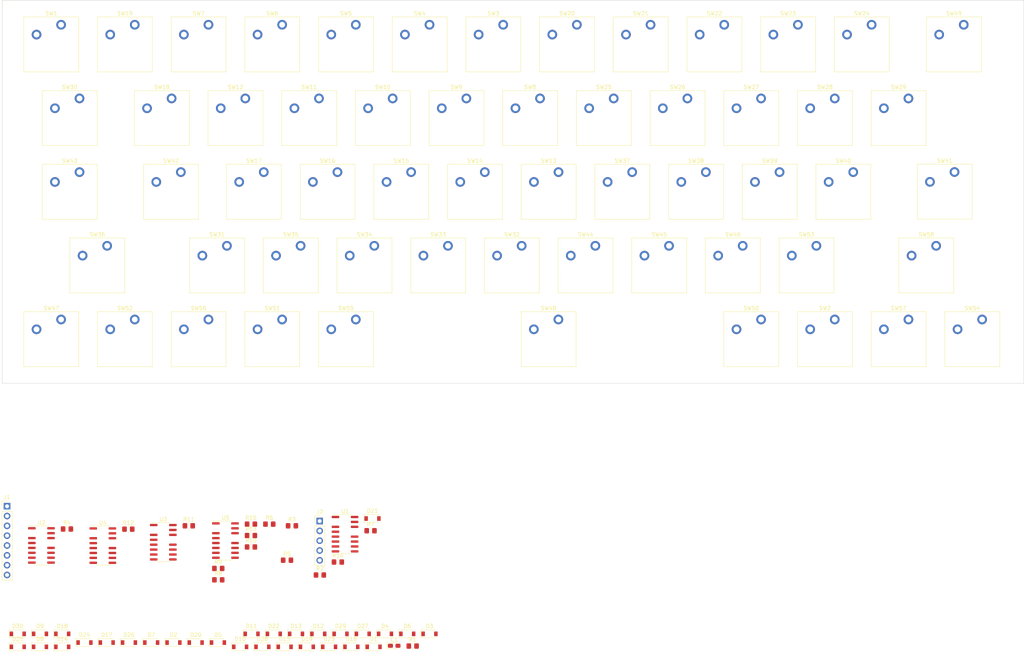
<source format=kicad_pcb>
(kicad_pcb (version 20211014) (generator pcbnew)
  (layers (0 "F.Cu" signal) (31 "B.Cu" signal) (34 "B.Paste" user) (35 "F.Paste" user) (36 "B.SilkS" user "B.Silkscreen") (37 "F.SilkS" user "F.Silkscreen") (38 "B.Mask" user) (39 "F.Mask" user) (44 "Edge.Cuts" user))
  (net 0 "")
  (net 1 "+5V")
  (net 2 "GND")
  (net 3 "/CAPS LOCK-2")
  (net 4 "/CAPS SHIFT ON")
  (net 5 "Net-(D2-Pad2)")
  (net 6 "Net-(D3-Pad2)")
  (net 7 "Net-(D4-Pad1)")
  (net 8 "Net-(D5-Pad1)")
  (net 9 "Net-(D6-Pad2)")
  (net 10 "Net-(D7-Pad2)")
  (net 11 "/DELETE-2")
  (net 12 "/QUOTES-2")
  (net 13 "Net-(D10-Pad2)")
  (net 14 "Net-(D11-Pad2)")
  (net 15 "/CAPS SHIFT-2")
  (net 16 "Net-(D13-Pad1)")
  (net 17 "Net-(D14-Pad2)")
  (net 18 "Net-(D15-Pad2)")
  (net 19 "/COMMA-2")
  (net 20 "/SYMB SHIFT ON")
  (net 21 "/DOWN-1")
  (net 22 "/INV VIDEO-1")
  (net 23 "/PERIOD-1")
  (net 24 "/CAPS LOCK-1")
  (net 25 "/BREAK-1")
  (net 26 "Net-(D23-Pad2)")
  (net 27 "Net-(D24-Pad2)")
  (net 28 "Net-(D25-Pad2)")
  (net 29 "Net-(D26-Pad2)")
  (net 30 "Net-(D27-Pad2)")
  (net 31 "Net-(D28-Pad2)")
  (net 32 "Net-(D29-Pad2)")
  (net 33 "Net-(D30-Pad2)")
  (footprint "Switch_Keyboard_Cherry_MX:SW_Cherry_MX_PCB_1.00u" (layer "F.Cu") (at 68.58 113.03)
    (fp_text reference "SW56" (at 0 -8) (layer "F.SilkS"))
    (fp_text value "QUOTES")
    (pad "" np_thru_hole circle locked (at 0 0) (size 4 4) (drill 4) (layers *.Cu *.Mask))
    (pad "" np_thru_hole circle locked (at -5.08 0) (size 1.75 1.75) (drill 1.75) (layers *.Cu *.Mask))
    (pad "" np_thru_hole circle locked (at 5.08 0) (size 1.75 1.75) (drill 1.75) (layers *.Cu *.Mask))
    (pad "1" thru_hole circle locked (at -3.81 -2.54) (size 2.5 2.5) (drill 1.5) (layers *.Cu "B.Mask") (net 1 "+5V"))
    (pad "2" thru_hole circle locked (at 2.54 -5.08) (size 2.5 2.5) (drill 1.5) (layers *.Cu "B.Mask") (net 32 "Net-(D29-Pad2)"))
  )
  (footprint "Switch_Keyboard_Cherry_MX:SW_Cherry_MX_PCB_1.00u" (layer "F.Cu") (at 182.88 36.83)
    (fp_text reference "SW21" (at 0 -8) (layer "F.SilkS"))
    (fp_text value "7")
    (pad "" np_thru_hole circle locked (at 5.08 0) (size 1.75 1.75) (drill 1.75) (layers *.Cu *.Mask))
    (pad "" np_thru_hole circle locked (at 0 0) (size 4 4) (drill 4) (layers *.Cu *.Mask))
    (pad "" np_thru_hole circle locked (at -5.08 0) (size 1.75 1.75) (drill 1.75) (layers *.Cu *.Mask))
    (pad "1" thru_hole circle locked (at -3.81 -2.54) (size 2.5 2.5) (drill 1.5) (layers *.Cu "B.Mask") (net 11 "/DELETE-2"))
    (pad "2" thru_hole circle locked (at 2.54 -5.08) (size 2.5 2.5) (drill 1.5) (layers *.Cu "B.Mask"))
  )
  (footprint "Switch_Keyboard_Cherry_MX:SW_Cherry_MX_PCB_1.00u" (layer "F.Cu") (at 187.6552 93.98)
    (fp_text reference "SW45" (at 0 -8) (layer "F.SilkS"))
    (fp_text value "N")
    (pad "" np_thru_hole circle locked (at -5.08 0) (size 1.75 1.75) (drill 1.75) (layers *.Cu *.Mask))
    (pad "" np_thru_hole circle locked (at 0 0) (size 4 4) (drill 4) (layers *.Cu *.Mask))
    (pad "" np_thru_hole circle locked (at 5.08 0) (size 1.75 1.75) (drill 1.75) (layers *.Cu *.Mask))
    (pad "1" thru_hole circle locked (at -3.81 -2.54) (size 2.5 2.5) (drill 1.5) (layers *.Cu "B.Mask") (net 19 "/COMMA-2"))
    (pad "2" thru_hole circle locked (at 2.54 -5.08) (size 2.5 2.5) (drill 1.5) (layers *.Cu "B.Mask"))
  )
  (footprint "Diode_SMD:D_SOD-123" (layer "F.Cu") (at 33.32 189.23)
    (fp_text reference "D18" (at 0 -2) (layer "F.SilkS"))
    (fp_text value "BAT42W-V")
    (pad "1" smd rect (at -1.65 0) (size 0.9 1.2) (layers "F.Cu" "F.Paste" "F.Mask") (net 1 "+5V"))
    (pad "2" smd rect (at 1.65 0) (size 0.9 1.2) (layers "F.Cu" "F.Paste" "F.Mask") (net 21 "/DOWN-1"))
  )
  (footprint "Resistor_SMD:R_0805_2012Metric_Pad1.20x1.40mm_HandSolder" (layer "F.Cu") (at 123.92 192.38)
    (fp_text reference "R1" (at 0 -1.65) (layer "F.SilkS"))
    (fp_text value "10K")
    (pad "1" smd roundrect (at -1 0) (size 1.2 1.4) (layers "F.Cu" "F.Paste" "F.Mask") (roundrect_rratio 0.208333) (net 5 "Net-(D2-Pad2)"))
    (pad "2" smd roundrect (at 1 0) (size 1.2 1.4) (layers "F.Cu" "F.Paste" "F.Mask") (roundrect_rratio 0.208333) (net 2 "GND"))
  )
  (footprint "Switch_Keyboard_Cherry_MX:SW_Cherry_MX_PCB_1.00u" (layer "F.Cu") (at 168.6052 93.98)
    (fp_text reference "SW44" (at 0 -8) (layer "F.SilkS"))
    (fp_text value "B")
    (pad "" np_thru_hole circle locked (at 0 0) (size 4 4) (drill 4) (layers *.Cu *.Mask))
    (pad "" np_thru_hole circle locked (at -5.08 0) (size 1.75 1.75) (drill 1.75) (layers *.Cu *.Mask))
    (pad "" np_thru_hole circle locked (at 5.08 0) (size 1.75 1.75) (drill 1.75) (layers *.Cu *.Mask))
    (pad "1" thru_hole circle locked (at -3.81 -2.54) (size 2.5 2.5) (drill 1.5) (layers *.Cu "B.Mask") (net 19 "/COMMA-2"))
    (pad "2" thru_hole circle locked (at 2.54 -5.08) (size 2.5 2.5) (drill 1.5) (layers *.Cu "B.Mask"))
  )
  (footprint "Switch_Keyboard_Cherry_MX:SW_Cherry_MX_PCB_1.00u" (layer "F.Cu") (at 30.48 113.03)
    (fp_text reference "SW47" (at 0 -8) (layer "F.SilkS"))
    (fp_text value "SYMB SHIFT")
    (pad "" np_thru_hole circle locked (at 5.08 0) (size 1.75 1.75) (drill 1.75) (layers *.Cu *.Mask))
    (pad "" np_thru_hole circle locked (at -5.08 0) (size 1.75 1.75) (drill 1.75) (layers *.Cu *.Mask))
    (pad "" np_thru_hole circle locked (at 0 0) (size 4 4) (drill 4) (layers *.Cu *.Mask))
    (pad "1" thru_hole circle locked (at -3.81 -2.54) (size 2.5 2.5) (drill 1.5) (layers *.Cu "B.Mask") (net 19 "/COMMA-2"))
    (pad "2" thru_hole circle locked (at 2.54 -5.08) (size 2.5 2.5) (drill 1.5) (layers *.Cu "B.Mask"))
  )
  (footprint "Diode_SMD:D_SOD-123" (layer "F.Cu") (at 27.57 192.58)
    (fp_text reference "D8" (at 0 -2) (layer "F.SilkS"))
    (fp_text value "BAT42W-V")
    (pad "1" smd rect (at -1.65 0) (size 0.9 1.2) (layers "F.Cu" "F.Paste" "F.Mask") (net 11 "/DELETE-2"))
    (pad "2" smd rect (at 1.65 0) (size 0.9 1.2) (layers "F.Cu" "F.Paste" "F.Mask") (net 2 "GND"))
  )
  (footprint "Switch_Keyboard_Cherry_MX:SW_Cherry_MX_PCB_1.00u" (layer "F.Cu") (at 149.5552 93.98)
    (fp_text reference "SW32" (at 0 -8) (layer "F.SilkS"))
    (fp_text value "V")
    (pad "" np_thru_hole circle locked (at 0 0) (size 4 4) (drill 4) (layers *.Cu *.Mask))
    (pad "" np_thru_hole circle locked (at 5.08 0) (size 1.75 1.75) (drill 1.75) (layers *.Cu *.Mask))
    (pad "" np_thru_hole circle locked (at -5.08 0) (size 1.75 1.75) (drill 1.75) (layers *.Cu *.Mask))
    (pad "1" thru_hole circle locked (at -3.81 -2.54) (size 2.5 2.5) (drill 1.5) (layers *.Cu "B.Mask") (net 15 "/CAPS SHIFT-2"))
    (pad "2" thru_hole circle locked (at 2.54 -5.08) (size 2.5 2.5) (drill 1.5) (layers *.Cu "B.Mask"))
  )
  (footprint "Resistor_SMD:R_0805_2012Metric_Pad1.20x1.40mm_HandSolder" (layer "F.Cu") (at 113.03 162.56)
    (fp_text reference "R7" (at 0 -1.65) (layer "F.SilkS"))
    (fp_text value "10K")
    (pad "1" smd roundrect (at -1 0) (size 1.2 1.4) (layers "F.Cu" "F.Paste" "F.Mask") (roundrect_rratio 0.208333) (net 17 "Net-(D14-Pad2)"))
    (pad "2" smd roundrect (at 1 0) (size 1.2 1.4) (layers "F.Cu" "F.Paste" "F.Mask") (roundrect_rratio 0.208333) (net 2 "GND"))
  )
  (footprint "Resistor_SMD:R_0805_2012Metric_Pad1.20x1.40mm_HandSolder" (layer "F.Cu") (at 82.11 166.76)
    (fp_text reference "R10" (at 0 -1.65) (layer "F.SilkS"))
    (fp_text value "10K")
    (pad "1" smd roundrect (at -1 0) (size 1.2 1.4) (layers "F.Cu" "F.Paste" "F.Mask") (roundrect_rratio 0.208333) (net 28 "Net-(D25-Pad2)"))
    (pad "2" smd roundrect (at 1 0) (size 1.2 1.4) (layers "F.Cu" "F.Paste" "F.Mask") (roundrect_rratio 0.208333) (net 2 "GND"))
  )
  (footprint "Diode_SMD:D_SOD-123" (layer "F.Cu") (at 21.82 189.23)
    (fp_text reference "D30" (at 0 -2) (layer "F.SilkS"))
    (fp_text value "BAT42W-V")
    (pad "1" smd rect (at -1.65 0) (size 0.9 1.2) (layers "F.Cu" "F.Paste" "F.Mask") (net 20 "/SYMB SHIFT ON"))
    (pad "2" smd rect (at 1.65 0) (size 0.9 1.2) (layers "F.Cu" "F.Paste" "F.Mask") (net 33 "Net-(D30-Pad2)"))
  )
  (footprint "Resistor_SMD:R_0805_2012Metric_Pad1.20x1.40mm_HandSolder" (layer "F.Cu") (at 66.04 161.29)
    (fp_text reference "R11" (at 0 -1.65) (layer "F.SilkS"))
    (fp_text value "10K")
    (pad "1" smd roundrect (at -1 0) (size 1.2 1.4) (layers "F.Cu" "F.Paste" "F.Mask") (roundrect_rratio 0.208333) (net 29 "Net-(D26-Pad2)"))
    (pad "2" smd roundrect (at 1 0) (size 1.2 1.4) (layers "F.Cu" "F.Paste" "F.Mask") (roundrect_rratio 0.208333) (net 2 "GND"))
  )
  (footprint "Diode_SMD:D_SOD-123" (layer "F.Cu") (at 73.57 191.48)
    (fp_text reference "D5" (at 0 -2) (layer "F.SilkS"))
    (fp_text value "BAT42W-V")
    (pad "1" smd rect (at -1.65 0) (size 0.9 1.2) (layers "F.Cu" "F.Paste" "F.Mask") (net 8 "Net-(D5-Pad1)"))
    (pad "2" smd rect (at 1.65 0) (size 0.9 1.2) (layers "F.Cu" "F.Paste" "F.Mask") (net 2 "GND"))
  )
  (footprint "Switch_Keyboard_Cherry_MX:SW_Cherry_MX_PCB_1.00u" (layer "F.Cu") (at 211.455 55.88)
    (fp_text reference "SW27" (at 0 -8) (layer "F.SilkS"))
    (fp_text value "I")
    (pad "" np_thru_hole circle locked (at -5.08 0) (size 1.75 1.75) (drill 1.75) (layers *.Cu *.Mask))
    (pad "" np_thru_hole circle locked (at 5.08 0) (size 1.75 1.75) (drill 1.75) (layers *.Cu *.Mask))
    (pad "" np_thru_hole circle locked (at 0 0) (size 4 4) (drill 4) (layers *.Cu *.Mask))
    (pad "1" thru_hole circle locked (at -3.81 -2.54) (size 2.5 2.5) (drill 1.5) (layers *.Cu "B.Mask") (net 12 "/QUOTES-2"))
    (pad "2" thru_hole circle locked (at 2.54 -5.08) (size 2.5 2.5) (drill 1.5) (layers *.Cu "B.Mask"))
  )
  (footprint "Switch_Keyboard_Cherry_MX:SW_Cherry_MX_PCB_1.00u" (layer "F.Cu") (at 87.63 36.83)
    (fp_text reference "SW6" (at 0 -8) (layer "F.SilkS"))
    (fp_text value "2")
    (pad "" np_thru_hole circle locked (at 5.08 0) (size 1.75 1.75) (drill 1.75) (layers *.Cu *.Mask))
    (pad "" np_thru_hole circle locked (at 0 0) (size 4 4) (drill 4) (layers *.Cu *.Mask))
    (pad "" np_thru_hole circle locked (at -5.08 0) (size 1.75 1.75) (drill 1.75) (layers *.Cu *.Mask))
    (pad "1" thru_hole circle locked (at -3.81 -2.54) (size 2.5 2.5) (drill 1.5) (layers *.Cu "B.Mask") (net 3 "/CAPS LOCK-2"))
    (pad "2" thru_hole circle locked (at 2.54 -5.08) (size 2.5 2.5) (drill 1.5) (layers *.Cu "B.Mask") (net 24 "/CAPS LOCK-1"))
  )
  (footprint "Switch_Keyboard_Cherry_MX:SW_Cherry_MX_PCB_1.00u" (layer "F.Cu") (at 140.0302 74.93)
    (fp_text reference "SW14" (at 0 -8) (layer "F.SilkS"))
    (fp_text value "F")
    (pad "" np_thru_hole circle locked (at 5.08 0) (size 1.75 1.75) (drill 1.75) (layers *.Cu *.Mask))
    (pad "" np_thru_hole circle locked (at -5.08 0) (size 1.75 1.75) (drill 1.75) (layers *.Cu *.Mask))
    (pad "" np_thru_hole circle locked (at 0 0) (size 4 4) (drill 4) (layers *.Cu *.Mask))
    (pad "1" thru_hole circle locked (at -3.81 -2.54) (size 2.5 2.5) (drill 1.5) (layers *.Cu "B.Mask") (net 8 "Net-(D5-Pad1)"))
    (pad "2" thru_hole circle locked (at 2.54 -5.08) (size 2.5 2.5) (drill 1.5) (layers *.Cu "B.Mask"))
  )
  (footprint "Package_SO:SOIC-14-16_3.9x9.9mm_P1.27mm" (layer "F.Cu") (at 59.44 165.54)
    (fp_text reference "U3" (at 0 -5.9) (layer "F.SilkS"))
    (fp_text value "4066")
    (pad "1" smd roundrect (at -2.475 -4.445) (size 1.95 0.6) (layers "F.Cu" "F.Paste" "F.Mask") (net 11 "/DELETE-2"))
    (pad "3" smd roundrect (at -2.475 -1.905) (size 1.95 0.6) (layers "F.Cu" "F.Paste" "F.Mask"))
    (pad "4" smd roundrect (at -2.475 -0.635) (size 1.95 0.6) (layers "F.Cu" "F.Paste" "F.Mask"))
    (pad "5" smd roundrect (at -2.475 0.635) (size 1.95 0.6) (layers "F.Cu" "F.Paste" "F.Mask"))
    (pad "6" smd roundrect (at -2.475 1.905) (size 1.95 0.6) (layers "F.Cu" "F.Paste" "F.Mask") (net 26 "Net-(D23-Pad2)"))
    (pad "7" smd roundrect (at -2.475 3.175) (size 1.95 0.6) (layers "F.Cu" "F.Paste" "F.Mask") (net 2 "GND"))
    (pad "8" smd roundrect (at -2.475 4.445) (size 1.95 0.6) (layers "F.Cu" "F.Paste" "F.Mask") (net 19 "/COMMA-2"))
    (pad "9" smd roundrect (at 2.475 4.445) (size 1.95 0.6) (layers "F.Cu" "F.Paste" "F.Mask") (net 25 "/BREAK-1"))
    (pad "10" smd roundrect (at 2.475 3.175) (size 1.95 0.6) (layers "F.Cu" "F.Paste" "F.Mask"))
    (pad "11" smd roundrect (at 2.475 1.905) (size 1.95 0.6) (layers "F.Cu" "F.Paste" "F.Mask"))
    (pad "12" smd roundrect (at 2.475 0.635) (size 1.95 0.6) (layers "F.Cu" "F.Paste" "F.Mask"))
    (pad "14" smd roundrect (at 2.475 -1.905) (size 1.95 0.6) (layers "F.Cu" "F.Paste" "F.Mask") (net 1 "+5V"))
    (pad "15" smd roundrect (at 2.475 -3.175) (size 1.95 0.6) (layers "F.Cu" "F.Paste" "F.Mask"))
    (pad "16" smd roundrect (at 2.475 -4.445) (size 1.95 0.6) (layers "F.Cu" "F.Paste" "F.Mask"))
  )
  (footprint "Switch_Keyboard_Cherry_MX:SW_Cherry_MX_PCB_1.00u" (layer "F.Cu") (at 159.0802 74.93)
    (fp_text reference "SW13" (at 0 -8) (layer "F.SilkS"))
    (fp_text value "G")
    (pad "" np_thru_hole circle locked (at 5.08 0) (size 1.75 1.75) (drill 1.75) (layers *.Cu *.Mask))
    (pad "" np_thru_hole circle locked (at 0 0) (size 4 4) (drill 4) (layers *.Cu *.Mask))
    (pad "" np_thru_hole circle locked (at -5.08 0) (size 1.75 1.75) (drill 1.75) (layers *.Cu *.Mask))
    (pad "1" thru_hole circle locked (at -3.81 -2.54) (size 2.5 2.5) (drill 1.5) (layers *.Cu "B.Mask") (net 8 "Net-(D5-Pad1)"))
    (pad "2" thru_hole circle locked (at 2.54 -5.08) (size 2.5 2.5) (drill 1.5) (layers *.Cu "B.Mask"))
  )
  (footprint "Switch_Keyboard_Cherry_MX:SW_Cherry_MX_PCB_1.00u" (layer "F.Cu") (at 106.68 36.83)
    (fp_text reference "SW5" (at 0 -8) (layer "F.SilkS"))
    (fp_text value "3")
    (pad "" np_thru_hole circle locked (at -5.08 0) (size 1.75 1.75) (drill 1.75) (layers *.Cu *.Mask))
    (pad "" np_thru_hole circle locked (at 5.08 0) (size 1.75 1.75) (drill 1.75) (layers *.Cu *.Mask))
    (pad "" np_thru_hole circle locked (at 0 0) (size 4 4) (drill 4) (layers *.Cu *.Mask))
    (pad "1" thru_hole circle locked (at -3.81 -2.54) (size 2.5 2.5) (drill 1.5) (layers *.Cu "B.Mask") (net 3 "/CAPS LOCK-2"))
    (pad "2" thru_hole circle locked (at 2.54 -5.08) (size 2.5 2.5) (drill 1.5) (layers *.Cu "B.Mask") (net 23 "/PERIOD-1"))
  )
  (footprint "Switch_Keyboard_Cherry_MX:SW_Cherry_MX_PCB_1.00u" (layer "F.Cu") (at 206.7052 93.98)
    (fp_text reference "SW46" (at 0 -8) (layer "F.SilkS"))
    (fp_text value "M")
    (pad "" np_thru_hole circle locked (at 5.08 0) (size 1.75 1.75) (drill 1.75) (layers *.Cu *.Mask))
    (pad "" np_thru_hole circle locked (at -5.08 0) (size 1.75 1.75) (drill 1.75) (layers *.Cu *.Mask))
    (pad "" np_thru_hole circle locked (at 0 0) (size 4 4) (drill 4) (layers *.Cu *.Mask))
    (pad "1" thru_hole circle locked (at -3.81 -2.54) (size 2.5 2.5) (drill 1.5) (layers *.Cu "B.Mask") (net 19 "/COMMA-2"))
    (pad "2" thru_hole circle locked (at 2.54 -5.08) (size 2.5 2.5) (drill 1.5) (layers *.Cu "B.Mask"))
  )
  (footprint "Switch_Keyboard_Cherry_MX:SW_Cherry_MX_PCB_1.00u" (layer "F.Cu") (at 82.8802 74.93)
    (fp_text reference "SW17" (at 0 -8) (layer "F.SilkS"))
    (fp_text value "A")
    (pad "" np_thru_hole circle locked (at -5.08 0) (size 1.75 1.75) (drill 1.75) (layers *.Cu *.Mask))
    (pad "" np_thru_hole circle locked (at 0 0) (size 4 4) (drill 4) (layers *.Cu *.Mask))
    (pad "" np_thru_hole circle locked (at 5.08 0) (size 1.75 1.75) (drill 1.75) (layers *.Cu *.Mask))
    (pad "1" thru_hole circle locked (at -3.81 -2.54) (size 2.5 2.5) (drill 1.5) (layers *.Cu "B.Mask") (net 8 "Net-(D5-Pad1)"))
    (pad "2" thru_hole circle locked (at 2.54 -5.08) (size 2.5 2.5) (drill 1.5) (layers *.Cu "B.Mask") (net 25 "/BREAK-1"))
  )
  (footprint "Diode_SMD:D_SOD-123" (layer "F.Cu") (at 85.07 192.58)
    (fp_text reference "D28" (at 0 -2) (layer "F.SilkS"))
    (fp_text value "BAT42W-V")
    (pad "1" smd rect (at -1.65 0) (size 0.9 1.2) (layers "F.Cu" "F.Paste" "F.Mask") (net 4 "/CAPS SHIFT ON"))
    (pad "2" smd rect (at 1.65 0) (size 0.9 1.2) (layers "F.Cu" "F.Paste" "F.Mask") (net 31 "Net-(D28-Pad2)"))
  )
  (footprint "Switch_Keyboard_Cherry_MX:SW_Cherry_MX_PCB_1.00u" (layer "F.Cu") (at 92.4052 93.98)
    (fp_text reference "SW35" (at 0 -8) (layer "F.SilkS"))
    (fp_text value "Z")
    (pad "" np_thru_hole circle locked (at -5.08 0) (size 1.75 1.75) (drill 1.75) (layers *.Cu *.Mask))
    (pad "" np_thru_hole circle locked (at 0 0) (size 4 4) (drill 4) (layers *.Cu *.Mask))
    (pad "" np_thru_hole circle locked (at 5.08 0) (size 1.75 1.75) (drill 1.75) (layers *.Cu *.Mask))
    (pad "1" thru_hole circle locked (at -3.81 -2.54) (size 2.5 2.5) (drill 1.5) (layers *.Cu "B.Mask") (net 15 "/CAPS SHIFT-2"))
    (pad "2" thru_hole circle locked (at 2.54 -5.08) (size 2.5 2.5) (drill 1.5) (layers *.Cu "B.Mask"))
  )
  (footprint "Diode_SMD:D_SOD-123" (layer "F.Cu") (at 116.77 189.23)
    (fp_text reference "D4" (at 0 -2) (layer "F.SilkS"))
    (fp_text value "BAT42W-V")
    (pad "1" smd rect (at -1.65 0) (size 0.9 1.2) (layers "F.Cu" "F.Paste" "F.Mask") (net 7 "Net-(D4-Pad1)"))
    (pad "2" smd rect (at 1.65 0) (size 0.9 1.2) (layers "F.Cu" "F.Paste" "F.Mask") (net 2 "GND"))
  )
  (footprint "Switch_Keyboard_Cherry_MX:SW_Cherry_MX_PCB_1.00u" (layer "F.Cu") (at 216.2302 74.93)
    (fp_text reference "SW39" (at 0 -8) (layer "F.SilkS"))
    (fp_text value "K")
    (pad "" np_thru_hole circle locked (at -5.08 0) (size 1.75 1.75) (drill 1.75) (layers *.Cu *.Mask))
    (pad "" np_thru_hole circle locked (at 0 0) (size 4 4) (drill 4) (layers *.Cu *.Mask))
    (pad "" np_thru_hole circle locked (at 5.08 0) (size 1.75 1.75) (drill 1.75) (layers *.Cu *.Mask))
    (pad "1" thru_hole circle locked (at -3.81 -2.54) (size 2.5 2.5) (drill 1.5) (layers *.Cu "B.Mask") (net 16 "Net-(D13-Pad1)"))
    (pad "2" thru_hole circle locked (at 2.54 -5.08) (size 2.5 2.5) (drill 1.5) (layers *.Cu "B.Mask"))
  )
  (footprint "Package_SO:SOIC-14-16_3.9x9.9mm_P1.27mm" (layer "F.Cu") (at 106.43 163.46)
    (fp_text reference "U1" (at 0 -5.9) (layer "F.SilkS"))
    (fp_text value "4066")
    (pad "1" smd roundrect (at -2.475 -4.445) (size 1.95 0.6) (layers "F.Cu" "F.Paste" "F.Mask") (net 3 "/CAPS LOCK-2"))
    (pad "3" smd roundrect (at -2.475 -1.905) (size 1.95 0.6) (layers "F.Cu" "F.Paste" "F.Mask") (net 3 "/CAPS LOCK-2"))
    (pad "4" smd roundrect (at -2.475 -0.635) (size 1.95 0.6) (layers "F.Cu" "F.Paste" "F.Mask") (net 23 "/PERIOD-1"))
    (pad "5" smd roundrect (at -2.475 0.635) (size 1.95 0.6) (layers "F.Cu" "F.Paste" "F.Mask") (net 10 "Net-(D7-Pad2)"))
    (pad "6" smd roundrect (at -2.475 1.905) (size 1.95 0.6) (layers "F.Cu" "F.Paste" "F.Mask") (net 14 "Net-(D11-Pad2)"))
    (pad "7" smd roundrect (at -2.475 3.175) (size 1.95 0.6) (layers "F.Cu" "F.Paste" "F.Mask") (net 2 "GND"))
    (pad "8" smd roundrect (at -2.475 4.445) (size 1.95 0.6) (layers "F.Cu" "F.Paste" "F.Mask") (net 3 "/CAPS LOCK-2"))
    (pad "9" smd roundrect (at 2.475 4.445) (size 1.95 0.6) (layers "F.Cu" "F.Paste" "F.Mask") (net 24 "/CAPS LOCK-1"))
    (pad "10" smd roundrect (at 2.475 3.175) (size 1.95 0.6) (layers "F.Cu" "F.Paste" "F.Mask") (net 21 "/DOWN-1"))
    (pad "11" smd roundrect (at 2.475 1.905) (size 1.95 0.6) (layers "F.Cu" "F.Paste" "F.Mask") (net 11 "/DELETE-2"))
    (pad "12" smd roundrect (at 2.475 0.635) (size 1.95 0.6) (layers "F.Cu" "F.Paste" "F.Mask") (net 6 "Net-(D3-Pad2)"))
    (pad "14" smd roundrect (at 2.475 -1.905) (size 1.95 0.6) (layers "F.Cu" "F.Paste" "F.Mask") (net 1 "+5V"))
    (pad "15" smd roundrect (at 2.475 -3.175) (size 1.95 0.6) (layers "F.Cu" "F.Paste" "F.Mask"))
    (pad "16" smd roundrect (at 2.475 -4.445) (size 1.95 0.6) (layers "F.Cu" "F.Paste" "F.Mask"))
  )
  (footprint "Diode_SMD:D_SOD-123" (layer "F.Cu") (at 21.82 192.58)
    (fp_text reference "D25" (at 0 -2) (layer "F.SilkS"))
    (fp_text value "BAT42W-V")
    (pad "1" smd rect (at -1.65 0) (size 0.9 1.2) (layers "F.Cu" "F.Paste" "F.Mask") (net 4 "/CAPS SHIFT ON"))
    (pad "2" smd rect (at 1.65 0) (size 0.9 1.2) (layers "F.Cu" "F.Paste" "F.Mask") (net 28 "Net-(D25-Pad2)"))
  )
  (footprint "Switch_Keyboard_Cherry_MX:SW_Cherry_MX_PCB_1.00u" (layer "F.Cu") (at 178.1302 74.93)
    (fp_text reference "SW37" (at 0 -8) (layer "F.SilkS"))
    (fp_text value "H")
    (pad "" np_thru_hole circle locked (at 0 0) (size 4 4) (drill 4) (layers *.Cu *.Mask))
    (pad "" np_thru_hole circle locked (at 5.08 0) (size 1.75 1.75) (drill 1.75) (layers *.Cu *.Mask))
    (pad "" np_thru_hole circle locked (at -5.08 0) (size 1.75 1.75) (drill 1.75) (layers *.Cu *.Mask))
    (pad "1" thru_hole circle locked (at -3.81 -2.54) (size 2.5 2.5) (drill 1.5) (layers *.Cu "B.Mask") (net 16 "Net-(D13-Pad1)"))
    (pad "2" thru_hole circle locked (at 2.54 -5.08) (size 2.5 2.5) (drill 1.5) (layers *.Cu "B.Mask"))
  )
  (footprint "Diode_SMD:D_SOD-123" (layer "F.Cu") (at 99.52 189.23)
    (fp_text reference "D12" (at 0 -2) (layer "F.SilkS"))
    (fp_text value "BAT42W-V")
    (pad "1" smd rect (at -1.65 0) (size 0.9 1.2) (layers "F.Cu" "F.Paste" "F.Mask") (net 15 "/CAPS SHIFT-2"))
    (pad "2" smd rect (at 1.65 0) (size 0.9 1.2) (layers "F.Cu" "F.Paste" "F.Mask") (net 2 "GND"))
  )
  (footprint "Switch_Keyboard_Cherry_MX:SW_Cherry_MX_PCB_1.00u" (layer "F.Cu") (at 230.505 55.88)
    (fp_text reference "SW28" (at 0 -8) (layer "F.SilkS"))
    (fp_text value "O")
    (pad "" np_thru_hole circle locked (at 5.08 0) (size 1.75 1.75) (drill 1.75) (layers *.Cu *.Mask))
    (pad "" np_thru_hole circle locked (at -5.08 0) (size 1.75 1.75) (drill 1.75) (layers *.Cu *.Mask))
    (pad "" np_thru_hole circle locked (at 0 0) (size 4 4) (drill 4) (layers *.Cu *.Mask))
    (pad "1" thru_hole circle locked (at -3.81 -2.54) (size 2.5 2.5) (drill 1.5) (layers *.Cu "B.Mask") (net 12 "/QUOTES-2"))
    (pad "2" thru_hole circle locked (at 2.54 -5.08) (size 2.5 2.5) (drill 1.5) (layers *.Cu "B.Mask"))
  )
  (footprint "Diode_SMD:D_SOD-123" (layer "F.Cu") (at 111.02 189.23)
    (fp_text reference "D27" (at 0 -2) (layer "F.SilkS"))
    (fp_text value "BAT42W-V")
    (pad "1" smd rect (at -1.65 0) (size 0.9 1.2) (layers "F.Cu" "F.Paste" "F.Mask") (net 20 "/SYMB SHIFT ON"))
    (pad "2" smd rect (at 1.65 0) (size 0.9 1.2) (layers "F.Cu" "F.Paste" "F.Mask") (net 30 "Net-(D27-Pad2)"))
  )
  (footprint "Diode_SMD:D_SOD-123" (layer "F.Cu") (at 108.07 192.58)
    (fp_text reference "D16" (at 0 -2) (layer "F.SilkS"))
    (fp_text value "BAT42W-V")
    (pad "1" smd rect (at -1.65 0) (size 0.9 1.2) (layers "F.Cu" "F.Paste" "F.Mask") (net 19 "/COMMA-2"))
    (pad "2" smd rect (at 1.65 0) (size 0.9 1.2) (layers "F.Cu" "F.Paste" "F.Mask") (net 2 "GND"))
  )
  (footprint "Switch_Keyboard_Cherry_MX:SW_Cherry_MX_PCB_1.00u" (layer "F.Cu") (at 268.605 113.03)
    (fp_text reference "SW54" (at 0 -8) (layer "F.SilkS"))
    (fp_text value "SYMB SHIFT")
    (pad "" np_thru_hole circle locked (at 5.08 0) (size 1.75 1.75) (drill 1.75) (layers *.Cu *.Mask))
    (pad "" np_thru_hole circle locked (at -5.08 0) (size 1.75 1.75) (drill 1.75) (layers *.Cu *.Mask))
    (pad "" np_thru_hole circle locked (at 0 0) (size 4 4) (drill 4) (layers *.Cu *.Mask))
    (pad "1" thru_hole circle locked (at -3.81 -2.54) (size 2.5 2.5) (drill 1.5) (layers *.Cu "B.Mask") (net 24 "/CAPS LOCK-1"))
    (pad "2" thru_hole circle locked (at 2.54 -5.08) (size 2.5 2.5) (drill 1.5) (layers *.Cu "B.Mask") (net 19 "/COMMA-2"))
  )
  (footprint "Switch_Keyboard_Cherry_MX:SW_Cherry_MX_PCB_1.00u" (layer "F.Cu") (at 225.7552 93.98)
    (fp_text reference "SW53" (at 0 -8) (layer "F.SilkS"))
    (fp_text value "PERIOD")
    (pad "" np_thru_hole circle locked (at 0 0) (size 4 4) (drill 4) (layers *.Cu *.Mask))
    (pad "" np_thru_hole circle locked (at -5.08 0) (size 1.75 1.75) (drill 1.75) (layers *.Cu *.Mask))
    (pad "" np_thru_hole circle locked (at 5.08 0) (size 1.75 1.75) (drill 1.75) (layers *.Cu *.Mask))
    (pad "1" thru_hole circle locked (at -3.81 -2.54) (size 2.5 2.5) (drill 1.5) (layers *.Cu "B.Mask") (net 1 "+5V"))
    (pad "2" thru_hole circle locked (at 2.54 -5.08) (size 2.5 2.5) (drill 1.5) (layers *.Cu "B.Mask") (net 30 "Net-(D27-Pad2)"))
  )
  (footprint "Resistor_SMD:R_0805_2012Metric_Pad1.20x1.40mm_HandSolder" (layer "F.Cu") (at 82.11 163.81)
    (fp_text reference "R13" (at 0 -1.65) (layer "F.SilkS"))
    (fp_text value "10K")
    (pad "1" smd roundrect (at -1 0) (size 1.2 1.4) (layers "F.Cu" "F.Paste" "F.Mask") (roundrect_rratio 0.208333) (net 31 "Net-(D28-Pad2)"))
    (pad "2" smd roundrect (at 1 0) (size 1.2 1.4) (layers "F.Cu" "F.Paste" "F.Mask") (roundrect_rratio 0.208333) (net 2 "GND"))
  )
  (footprint "Switch_Keyboard_Cherry_MX:SW_Cherry_MX_PCB_2.25u" (layer "F.Cu") (at 42.38625 93.98)
    (fp_text reference "SW36" (at 0 -8) (layer "F.SilkS"))
    (fp_text value "CAPS SHIFT")
    (pad "" np_thru_hole circle locked (at 5.08 0) (size 1.75 1.75) (drill 1.75) (layers *.Cu *.Mask))
    (pad "" np_thru_hole circle locked (at 0 0) (size 4 4) (drill 4) (layers *.Cu *.Mask))
    (pad "" np_thru_hole circle locked (at -5.08 0) (size 1.75 1.75) (drill 1.75) (layers *.Cu *.Mask))
    (pad "1" thru_hole circle locked (at -3.81 -2.54) (size 2.5 2.5) (drill 1.5) (layers *.Cu "B.Mask") (net 15 "/CAPS SHIFT-2"))
    (pad "2" thru_hole circle locked (at 2.54 -5.08) (size 2.5 2.5) (drill 1.5) (layers *.Cu "B.Mask") (net 25 "/BREAK-1"))
  )
  (footprint "Diode_SMD:D_SOD-123" (layer "F.Cu") (at 39.07 191.48)
    (fp_text reference "D24" (at 0 -2) (layer "F.SilkS"))
    (fp_text value "BAT42W-V")
    (pad "1" smd rect (at -1.65 0) (size 0.9 1.2) (layers "F.Cu" "F.Paste" "F.Mask") (net 4 "/CAPS SHIFT ON"))
    (pad "2" smd rect (at 1.65 0) (size 0.9 1.2) (layers "F.Cu" "F.Paste" "F.Mask") (net 27 "Net-(D24-Pad2)"))
  )
  (footprint "Diode_SMD:D_SOD-123" (layer "F.Cu") (at 128.27 189.23)
    (fp_text reference "D3" (at 0 -2) (layer "F.SilkS"))
    (fp_text value "BAT42W-V")
    (pad "1" smd rect (at -1.65 0) (size 0.9 1.2) (layers "F.Cu" "F.Paste" "F.Mask") (net 4 "/CAPS SHIFT ON"))
    (pad "2" smd rect (at 1.65 0) (size 0.9 1.2) (layers "F.Cu" "F.Paste" "F.Mask") (net 6 "Net-(D3-Pad2)"))
  )
  (footprint "Switch_Keyboard_Cherry_MX:SW_Cherry_MX_PCB_1.00u" (layer "F.Cu") (at 197.1802 74.93)
    (fp_text reference "SW38" (at 0 -8) (layer "F.SilkS"))
    (fp_text value "J")
    (pad "" np_thru_hole circle locked (at 5.08 0) (size 1.75 1.75) (drill 1.75) (layers *.Cu *.Mask))
    (pad "" np_thru_hole circle locked (at -5.08 0) (size 1.75 1.75) (drill 1.75) (layers *.Cu *.Mask))
    (pad "" np_thru_hole circle locked (at 0 0) (size 4 4) (drill 4) (layers *.Cu *.Mask))
    (pad "1" thru_hole circle locked (at -3.81 -2.54) (size 2.5 2.5) (drill 1.5) (layers *.Cu "B.Mask") (net 16 "Net-(D13-Pad1)"))
    (pad "2" thru_hole circle locked (at 2.54 -5.08) (size 2.5 2.5) (drill 1.5) (layers *.Cu "B.Mask"))
  )
  (footprint "Diode_SMD:D_SOD-123" (layer "F.Cu") (at 50.57 191.48)
    (fp_text reference "D26" (at 0 -2) (layer "F.SilkS"))
    (fp_text value "BAT42W-V")
    (pad "1" smd rect (at -1.65 0) (size 0.9 1.2) (layers "F.Cu" "F.Paste" "F.Mask") (net 20 "/SYMB SHIFT ON"))
    (pad "2" smd rect (at 1.65 0) (size 0.9 1.2) (layers "F.Cu" "F.Paste" "F.Mask") (net 29 "Net-(D26-Pad2)"))
  )
  (footprint "Switch_Keyboard_Cherry_MX:SW_Cherry_MX_PCB_1.00u" (layer "F.Cu") (at 249.555 113.03)
    (fp_text reference "SW57" (at 0 -8) (layer "F.SilkS"))
    (fp_text value "COMMA")
    (pad "" np_thru_hole circle locked (at -5.08 0) (size 1.75 1.75) (drill 1.75) (layers *.Cu *.Mask))
    (pad "" np_thru_hole circle locked (at 5.08 0) (size 1.75 1.75) (drill 1.75) (layers *.Cu *.Mask))
    (pad "" np_thru_hole circle locked (at 0 0) (size 4 4) (drill 4) (layers *.Cu *.Mask))
    (pad "1" thru_hole circle locked (at -3.81 -2.54) (size 2.5 2.5) (drill 1.5) (layers *.Cu "B.Mask") (net 1 "+5V"))
    (pad "2" thru_hole circle locked (at 2.54 -5.08) (size 2.5 2.5) (drill 1.5) (layers *.Cu "B.Mask") (net 33 "Net-(D30-Pad2)"))
  )
  (footprint "Package_SO:SOIC-14-16_3.9x9.9mm_P1.27mm" (layer "F.Cu") (at 27.94 166.37)
    (fp_text reference "U2" (at 0 -5.9) (layer "F.SilkS"))
    (fp_text value "4066")
    (pad "1" smd roundrect (at -2.475 -4.445) (size 1.95 0.6) (layers "F.Cu" "F.Paste" "F.Mask") (net 11 "/DELETE-2"))
    (pad "3" smd roundrect (at -2.475 -1.905) (size 1.95 0.6) (layers "F.Cu" "F.Paste" "F.Mask") (net 25 "/BREAK-1"))
    (pad "4" smd roundrect (at -2.475 -0.635) (size 1.95 0.6) (layers "F.Cu" "F.Paste" "F.Mask") (net 11 "/DELETE-2"))
    (pad "5" smd roundrect (at -2.475 0.635) (size 1.95 0.6) (layers "F.Cu" "F.Paste" "F.Mask") (net 13 "Net-(D10-Pad2)"))
    (pad "6" smd roundrect (at -2.475 1.905) (size 1.95 0.6) (layers "F.Cu" "F.Paste" "F.Mask"))
    (pad "7" smd roundrect (at -2.475 3.175) (size 1.95 0.6) (layers "F.Cu" "F.Paste" "F.Mask") (net 2 "GND"))
    (pad "8" smd roundrect (at -2.475 4.445) (size 1.95 0.6) (layers "F.Cu" "F.Paste" "F.Mask"))
    (pad "9" smd roundrect (at 2.475 4.445) (size 1.95 0.6) (layers "F.Cu" "F.Paste" "F.Mask"))
    (pad "10" smd roundrect (at 2.475 3.175) (size 1.95 0.6) (layers "F.Cu" "F.Paste" "F.Mask") (net 25 "/BREAK-1"))
    (pad "11" smd roundrect (at 2.475 1.905) (size 1.95 0.6) (layers "F.Cu" "F.Paste" "F.Mask") (net 3 "/CAPS LOCK-2"))
    (pad "12" smd roundrect (at 2.475 0.635) (size 1.95 0.6) (layers "F.Cu" "F.Paste" "F.Mask") (net 17 "Net-(D14-Pad2)"))
    (pad "14" smd roundrect (at 2.475 -1.905) (size 1.95 0.6) (layers "F.Cu" "F.Paste" "F.Mask") (net 1 "+5V"))
    (pad "15" smd roundrect (at 2.475 -3.175) (size 1.95 0.6) (layers "F.Cu" "F.Paste" "F.Mask"))
    (pad "16" smd roundrect (at 2.475 -4.445) (size 1.95 0.6) (layers "F.Cu" "F.Paste" "F.Mask"))
  )
  (footprint "Switch_Keyboard_Cherry_MX:SW_Cherry_MX_PCB_2.25u" (layer "F.Cu") (at 256.7178 93.98)
    (fp_text reference "SW58" (at 0 -8) (layer "F.SilkS"))
    (fp_text value "CAPS SHIFT")
    (pad "" np_thru_hole circle locked (at 0 0) (size 4 4) (drill 4) (layers *.Cu *.Mask))
    (pad "" np_thru_hole circle locked (at 5.08 0) (size 1.75 1.75) (drill 1.75) (layers *.Cu *.Mask))
    (pad "" np_thru_hole circle locked (at -5.08 0) (size 1.75 1.75) (drill 1.75) (layers *.Cu *.Mask))
    (pad "1" thru_hole circle locked (at -3.81 -2.54) (size 2.5 2.5) (drill 1.5) (layers *.Cu "B.Mask") (net 25 "/BREAK-1"))
    (pad "2" thru_hole circle locked (at 2.54 -5.08) (size 2.5 2.5) (drill 1.5) (layers *.Cu "B.Mask") (net 15 "/CAPS SHIFT-2"))
  )
  (footprint "Switch_Keyboard_Cherry_MX:SW_Cherry_MX_PCB_1.00u" (layer "F.Cu") (at 116.205 55.88)
    (fp_text reference "SW10" (at 0 -8) (layer "F.SilkS"))
    (fp_text value "E")
    (pad "" np_thru_hole circle locked (at 0 0) (size 4 4) (drill 4) (layers *.Cu *.Mask))
    (pad "" np_thru_hole circle locked (at -5.08 0) (size 1.75 1.75) (drill 1.75) (layers *.Cu *.Mask))
    (pad "" np_thru_hole circle locked (at 5.08 0) (size 1.75 1.75) (drill 1.75) (layers *.Cu *.Mask))
    (pad "1" thru_hole circle locked (at -3.81 -2.54) (size 2.5 2.5) (drill 1.5) (layers *.Cu "B.Mask") (net 7 "Net-(D4-Pad1)"))
    (pad "2" thru_hole circle locked (at 2.54 -5.08) (size 2.5 2.5) (drill 1.5) (layers *.Cu "B.Mask"))
  )
  (footprint "Switch_Keyboard_Cherry_MX:SW_Cherry_MX_PCB_4.50u" (layer "F.Cu") (at 159.0548 113.03)
    (fp_text reference "SW48" (at 0 -8) (layer "F.SilkS"))
    (fp_text value "SPACE")
    (pad "" np_thru_hole circle locked (at 0 0) (size 4 4) (drill 4) (layers *.Cu *.Mask))
    (pad "" np_thru_hole circle locked (at 5.08 0) (size 1.75 1.75) (drill 1.75) (layers *.Cu *.Mask))
    (pad "" np_thru_hole circle locked (at -5.08 0) (size 1.75 1.75) (drill 1.75) (layers *.Cu *.Mask))
    (pad "1" thru_hole circle locked (at -3.81 -2.54) (size 2.5 2.5) (drill 1.5) (layers *.Cu "B.Mask") (net 19 "/COMMA-2"))
    (pad "2" thru_hole circle locked (at 2.54 -5.08) (size 2.5 2.5) (drill 1.5) (layers *.Cu "B.Mask") (net 25 "/BREAK-1"))
  )
  (footprint "Switch_Keyboard_Cherry_MX:SW_Cherry_MX_PCB_1.25u" (layer "F.Cu") (at 61.4426 74.93)
    (fp_text reference "SW42" (at 0 -8) (layer "F.SilkS"))
    (fp_text value "EDIT")
    (pad "" np_thru_hole circle locked (at 5.08 0) (size 1.75 1.75) (drill 1.75) (layers *.Cu *.Mask))
    (pad "" np_thru_hole circle locked (at -5.08 0) (size 1.75 1.75) (drill 1.75) (layers *.Cu *.Mask))
    (pad "" np_thru_hole circle locked (at 0 0) (size 4 4) (drill 4) (layers *.Cu *.Mask))
    (pad "1" thru_hole circle locked (at -3.81 -2.54) (size 2.5 2.5) (drill 1.5) (layers *.Cu "B.Mask") (net 1 "+5V"))
    (pad "2" thru_hole circle locked (at 2.54 -5.08) (size 2.5 2.5) (drill 1.5) (layers *.Cu "B.Mask") (net 17 "Net-(D14-Pad2)"))
  )
  (footprint "Package_SO:SOIC-14-16_3.9x9.9mm_P1.27mm" (layer "F.Cu") (at 75.51 165.11)
    (fp_text reference "U5" (at 0 -5.9) (layer "F.SilkS"))
    (fp_text value "4066")
    (pad "1" smd roundrect (at -2.475 -4.445) (size 1.95 0.6) (layers "F.Cu" "F.Paste" "F.Mask") (net 12 "/QUOTES-2"))
    (pad "3" smd roundrect (at -2.475 -1.905) (size 1.95 0.6) (layers "F.Cu" "F.Paste" "F.Mask") (net 23 "/PERIOD-1"))
    (pad "4" smd roundrect (at -2.475 -0.635) (size 1.95 0.6) (layers "F.Cu" "F.Paste" "F.Mask") (net 19 "/COMMA-2"))
    (pad "5" smd roundrect (at -2.475 0.635) (size 1.95 0.6) (layers "F.Cu" "F.Paste" "F.Mask") (net 30 "Net-(D27-Pad2)"))
    (pad "6" smd roundrect (at -2.475 1.905) (size 1.95 0.6) (layers "F.Cu" "F.Paste" "F.Mask") (net 33 "Net-(D30-Pad2)"))
    (pad "7" smd roundrect (at -2.475 3.175) (size 1.95 0.6) (layers "F.Cu" "F.Paste" "F.Mask") (net 2 "GND"))
    (pad "8" smd roundrect (at -2.475 4.445) (size 1.95 0.6) (layers "F.Cu" "F.Paste" "F.Mask") (net 19 "/COMMA-2"))
    (pad "9" smd roundrect (at 2.475 4.445) (size 1.95 0.6) (layers "F.Cu" "F.Paste" "F.Mask") (net 22 "/INV VIDEO-1"))
    (pad "10" smd roundrect (at 2.475 3.175) (size 1.95 0.6) (layers "F.Cu" "F.Paste" "F.Mask") (net 24 "/CAPS LOCK-1"))
    (pad "11" smd roundrect (at 2.475 1.905) (size 1.95 0.6) (layers "F.Cu" "F.Paste" "F.Mask") (net 12 "/QUOTES-2"))
    (pad "12" smd roundrect (at 2.475 0.635) (size 1.95 0.6) (layers "F.Cu" "F.Paste" "F.Mask") (net 29 "Net-(D26-Pad2)"))
    (pad "14" smd roundrect (at 2.475 -1.905) (size 1.95 0.6) (layers "F.Cu" "F.Paste" "F.Mask") (net 1 "+5V"))
    (pad "15" smd roundrect (at 2.475 -3.175) (size 1.95 0.6) (layers "F.Cu" "F.Paste" "F.Mask"))
    (pad "16" smd roundrect (at 2.475 -4.445) (size 1.95 0.6) (layers "F.Cu" "F.Paste" "F.Mask"))
  )
  (footprint "Switch_Keyboard_Cherry_MX:SW_Cherry_MX_PCB_1.00u" (layer "F.Cu") (at 78.105 55.88)
    (fp_text reference "SW12" (at 0 -8) (layer "F.SilkS"))
    (fp_text value "Q")
    (pad "" np_thru_hole circle locked (at 5.08 0) (size 1.75 1.75) (drill 1.75) (layers *.Cu *.Mask))
    (pad "" np_thru_hole circle locked (at 0 0) (size 4 4) (drill 4) (layers *.Cu *.Mask))
    (pad "" np_thru_hole circle locked (at -5.08 0) (size 1.75 1.75) (drill 1.75) (layers *.Cu *.Mask))
    (pad "1" thru_hole circle locked (at -3.81 -2.54) (size 2.5 2.5) (drill 1.5) (layers *.Cu "B.Mask") (net 7 "Net-(D4-Pad1)"))
    (pad "2" thru_hole circle locked (at 2.54 -5.08) (size 2.5 2.5) (drill 1.5) (layers *.Cu "B.Mask") (net 25 "/BREAK-1"))
  )
  (footprint "Switch_Keyboard_Cherry_MX:SW_Cherry_MX_PCB_1.00u" (layer "F.Cu") (at 211.455 113.03)
    (fp_text reference "SW50" (at 0 -8) (layer "F.SilkS"))
    (fp_text value "UP")
    (pad "" np_thru_hole circle locked (at 5.08 0) (size 1.75 1.75) (drill 1.75) (layers *.Cu *.Mask))
    (pad "" np_thru_hole circle locked (at -5.08 0) (size 1.75 1.75) (drill 1.75) (layers *.Cu *.Mask))
    (pad "" np_thru_hole circle locked (at 0 0) (size 4 4) (drill 4) (layers *.Cu *.Mask))
    (pad "1" thru_hole circle locked (at -3.81 -2.54) (size 2.5 2.5) (drill 1.5) (layers *.Cu "B.Mask") (net 1 "+5V"))
    (pad "2" thru_hole circle locked (at 2.54 -5.08) (size 2.5 2.5) (drill 1.5) (layers *.Cu "B.Mask") (net 27 "Net-(D24-Pad2)"))
  )
  (footprint "Diode_SMD:D_SOD-123" (layer "F.Cu") (at 27.57 189.23)
    (fp_text reference "D9" (at 0 -2) (layer "F.SilkS"))
    (fp_text value "BAT42W-V")
    (pad "1" smd rect (at -1.65 0) (size 0.9 1.2) (layers "F.Cu" "F.Paste" "F.Mask") (net 12 "/QUOTES-2"))
    (pad "2" smd rect (at 1.65 0) (size 0.9 1.2) (layers "F.Cu" "F.Paste" "F.Mask") (net 2 "GND"))
  )
  (footprint "Switch_Keyboard_Cherry_MX:SW_Cherry_MX_PCB_1.50u" (layer "F.Cu") (at 263.84885 36.83)
    (fp_text reference "SW49" (at 0 -8) (layer "F.SilkS"))
    (fp_text value "BREAK")
    (pad "" np_thru_hole circle locked (at -5.08 0) (size 1.75 1.75) (drill 1.75) (layers *.Cu *.Mask))
    (pad "" np_thru_hole circle locked (at 5.08 0) (size 1.75 1.75) (drill 1.75) (layers *.Cu *.Mask))
    (pad "" np_thru_hole circle locked (at 0 0) (size 4 4) (drill 4) (layers *.Cu *.Mask))
    (pad "1" thru_hole circle locked (at -3.81 -2.54) (size 2.5 2.5) (drill 1.5) (layers *.Cu "B.Mask") (net 1 "+5V"))
    (pad "2" thru_hole circle locked (at 2.54 -5.08) (size 2.5 2.5) (drill 1.5) (layers *.Cu "B.Mask") (net 26 "Net-(D23-Pad2)"))
  )
  (footprint "Diode_SMD:D_SOD-123" (layer "F.Cu") (at 88.02 189.23)
    (fp_text reference "D22" (at 0 -2) (layer "F.SilkS"))
    (fp_text value "BAT42W-V")
    (pad "1" smd rect (at -1.65 0) (size 0.9 1.2) (layers "F.Cu" "F.Paste" "F.Mask") (net 1 "+5V"))
    (pad "2" smd rect (at 1.65 0) (size 0.9 1.2) (layers "F.Cu" "F.Paste" "F.Mask") (net 25 "/BREAK-1"))
  )
  (footprint "Connector_PinHeader_2.54mm:PinHeader_1x05_P2.54mm_Vertical" (layer "F.Cu") (at 99.88 160.06)
    (fp_text reference "J2" (at 0 -2.33) (layer "F.SilkS"))
    (fp_text value "KB1")
    (pad "1" thru_hole rect (at 0 0) (size 1.7 1.7) (drill 1) (layers *.Cu *.Mask) (net 25 "/BREAK-1"))
    (pad "2" thru_hole oval (at 0 2.54) (size 1.7 1.7) (drill 1) (layers *.Cu *.Mask) (net 24 "/CAPS LOCK-1"))
    (pad "3" thru_hole oval (at 0 5.08) (size 1.7 1.7) (drill 1) (layers *.Cu *.Mask) (net 23 "/PERIOD-1"))
    (pad "4" thru_hole oval (at 0 7.62) (size 1.7 1.7) (drill 1) (layers *.Cu *.Mask) (net 22 "/INV VIDEO-1"))
    (pad "5" thru_hole oval (at 0 10.16) (size 1.7 1.7) (drill 1) (layers *.Cu *.Mask) (net 21 "/DOWN-1"))
  )
  (footprint "Connector_PinHeader_2.54mm:PinHeader_1x08_P2.54mm_Vertical" (layer "F.Cu") (at 19.05 156.225)
    (fp_text reference "J1" (at 0 -2.33) (layer "F.SilkS"))
    (fp_text value "KB2")
    (pad "1" thru_hole rect (at 0 0) (size 1.7 1.7) (drill 1) (layers *.Cu *.Mask) (net 3 "/CAPS LOCK-2"))
    (pad "2" thru_hole oval (at 0 2.54) (size 1.7 1.7) (drill 1) (layers *.Cu *.Mask) (net 7 "Net-(D4-Pad1)"))
    (pad "3" thru_hole oval (at 0 5.08) (size 1.7 1.7) (drill 1) (layers *.Cu *.Mask) (net 8 "Net-(D5-Pad1)"))
    (pad "4" thru_hole oval (at 0 7.62) (size 1.7 1.7) (drill 1) (layers *.Cu *.Mask) (net 11 "/DELETE-2"))
    (pad "5" thru_hole oval (at 0 10.16) (size 1.7 1.7) (drill 1) (layers *.Cu *.Mask) (net 12 "/QUOTES-2"))
    (pad "6" thru_hole oval (at 0 12.7) (size 1.7 1.7) (drill 1) (layers *.Cu *.Mask) (net 15 "/CAPS SHIFT-2"))
    (pad "7" thru_hole oval (at 0 15.24) (size 1.7 1.7) (drill 1) (layers *.Cu *.Mask) (net 16 "Net-(D13-Pad1)"))
    (pad "8" thru_hole oval (at 0 17.78) (size 1.7 1.7) (drill 1) (layers *.Cu *.Mask) (net 19 "/COMMA-2"))
  )
  (footprint "Switch_Keyboard_Cherry_MX:SW_Cherry_MX_PCB_1.50u" (layer "F.Cu") (at 35.2425 55.88)
    (fp_text reference "SW30" (at 0 -8) (layer "F.SilkS"))
    (fp_text value "DELETE")
    (pad "" np_thru_hole circle locked (at 5.08 0) (size 1.75 1.75) (drill 1.75) (layers *.Cu *.Mask))
    (pad "" np_thru_hole circle locked (at -5.08 0) (size 1.75 1.75) (drill 1.75) (layers *.Cu *.Mask))
    (pad "" np_thru_hole circle locked (at 0 0) (size 4 4) (drill 4) (layers *.Cu *.Mask))
    (pad "1" thru_hole circle locked (at -3.81 -2.54) (size 2.5 2.5) (drill 1.5) (layers *.Cu "B.Mask") (net 1 "+5V"))
    (pad "2" thru_hole circle locked (at 2.54 -5.08) (size 2.5 2.5) (drill 1.5) (layers *.Cu "B.Mask") (net 13 "Net-(D10-Pad2)"))
  )
  (footprint "Switch_Keyboard_Cherry_MX:SW_Cherry_MX_PCB_1.00u" (layer "F.Cu") (at 68.58 36.83)
    (fp_text reference "SW7" (at 0 -8) (layer "F.SilkS"))
    (fp_text value "1")
    (pad "" np_thru_hole circle locked (at 0 0) (size 4 4) (drill 4) (layers *.Cu *.Mask))
    (pad "" np_thru_hole circle locked (at -5.08 0) (size 1.75 1.75) (drill 1.75) (layers *.Cu *.Mask))
    (pad "" np_thru_hole circle locked (at 5.08 0) (size 1.75 1.75) (drill 1.75) (layers *.Cu *.Mask))
    (pad "1" thru_hole circle locked (at -3.81 -2.54) (size 2.5 2.5) (drill 1.5) (layers *.Cu "B.Mask") (net 3 "/CAPS LOCK-2"))
    (pad "2" thru_hole circle locked (at 2.54 -5.08) (size 2.5 2.5) (drill 1.5) (layers *.Cu "B.Mask") (net 25 "/BREAK-1"))
  )
  (footprint "Switch_Keyboard_Cherry_MX:SW_Cherry_MX_PCB_1.00u" (layer "F.Cu") (at 30.48 36.83)
    (fp_text reference "SW1" (at 0 -8) (layer "F.SilkS"))
    (fp_text value "INV VIDEO")
    (pad "" np_thru_hole circle locked (at -5.08 0) (size 1.75 1.75) (drill 1.75) (layers *.Cu *.Mask))
    (pad "" np_thru_hole circle locked (at 0 0) (size 4 4) (drill 4) (layers *.Cu *.Mask))
    (pad "" np_thru_hole circle locked (at 5.08 0) (size 1.75 1.75) (drill 1.75) (layers *.Cu *.Mask))
    (pad "1" thru_hole circle locked (at -3.81 -2.54) (size 2.5 2.5) (drill 1.5) (layers *.Cu "B.Mask") (net 1 "+5V"))
    (pad "2" thru_hole circle locked (at 2.54 -5.08) (size 2.5 2.5) (drill 1.5) (layers *.Cu "B.Mask") (net 5 "Net-(D2-Pad2)"))
  )
  (footprint "Switch_Keyboard_Cherry_MX:SW_Cherry_MX_PCB_1.00u" (layer "F.Cu") (at 144.78 36.83)
    (fp_text reference "SW3" (at 0 -8) (layer "F.SilkS"))
    (fp_text value "5")
    (pad "" np_thru_hole circle locked (at 0 0) (size 4 4) (drill 4) (layers *.Cu *.Mask))
    (pad "" np_thru_hole circle locked (at -5.08 0) (size 1.75 1.75) (drill 1.75) (layers *.Cu *.Mask))
    (pad "" np_thru_hole circle locked (at 5.08 0) (size 1.75 1.75) (drill 1.75) (layers *.Cu *.Mask))
    (pad "1" thru_hole circle locked (at -3.81 -2.54) (size 2.5 2.5) (drill 1.5) (layers *.Cu "B.Mask") (net 3 "/CAPS LOCK-2"))
    (pad "2" thru_hole circle locked (at 2.54 -5.08) (size 2.5 2.5) (drill 1.5) (layers *.Cu "B.Mask") (net 21 "/DOWN-1"))
  )
  (footprint "Switch_Keyboard_Cherry_MX:SW_Cherry_MX_PCB_1.00u" (layer "F.Cu") (at 125.73 36.83)
    (fp_text reference "SW4" (at 0 -8) (layer "F.SilkS"))
    (fp_text value "4")
    (pad "" np_thru_hole circle locked (at 5.08 0) (size 1.75 1.75) (drill 1.75) (layers *.Cu *.Mask))
    (pad "" np_thru_hole circle locked (at -5.08 0) (size 1.75 1.75) (drill 1.75) (layers *.Cu *.Mask))
    (pad "" np_thru_hole circle locked (at 0 0) (size 4 4) (drill 4) (layers *.Cu *.Mask))
    (pad "1" thru_hole circle locked (at -3.81 -2.54) (size 2.5 2.5) (drill 1.5) (layers *.Cu "B.Mask") (net 3 "/CAPS LOCK-2"))
    (pad "2" thru_hole circle locked (at 2.54 -5.08) (size 2.5 2.5) (drill 1.5) (layers *.Cu "B.Mask") (net 22 "/INV VIDEO-1"))
  )
  (footprint "Resistor_SMD:R_0805_2012Metric_Pad1.20x1.40mm_HandSolder" (layer "F.Cu") (at 99.93 174.01)
    (fp_text reference "R2" (at 0 -1.65) (layer "F.SilkS"))
    (fp_text value "10K")
    (pad "1" smd roundrect (at -1 0) (size 1.2 1.4) (layers "F.Cu" "F.Paste" "F.Mask") (roundrect_rratio 0.208333) (net 6 "Net-(D3-Pad2)"))
    (pad "2" smd roundrect (at 1 0) (size 1.2 1.4) (layers "F.Cu" "F.Paste" "F.Mask") (roundrect_rratio 0.208333) (net 2 "GND"))
  )
  (footprint "Switch_Keyboard_Cherry_MX:SW_Cherry_MX_PCB_1.00u" (layer "F.Cu") (at 135.255 55.88)
    (fp_text reference "SW9" (at 0 -8) (layer "F.SilkS"))
    (fp_text value "R")
    (pad "" np_thru_hole circle locked (at 0 0) (size 4 4) (drill 4) (layers *.Cu *.Mask))
    (pad "" np_thru_hole circle locked (at -5.08 0) (size 1.75 1.75) (drill 1.75) (layers *.Cu *.Mask))
    (pad "" np_thru_hole circle locked (at 5.08 0) (size 1.75 1.75) (drill 1.75) (layers *.Cu *.Mask))
    (pad "1" thru_hole circle locked (at -3.81 -2.54) (size 2.5 2.5) (drill 1.5) (layers *.Cu "B.Mask") (net 7 "Net-(D4-Pad1)"))
    (pad "2" thru_hole circle locked (at 2.54 -5.08) (size 2.5 2.5) (drill 1.5) (layers *.Cu "B.Mask"))
  )
  (footprint "Switch_Keyboard_Cherry_MX:SW_Cherry_MX_PCB_1.00u" (layer "F.Cu") (at 154.305 55.88)
    (fp_text reference "SW8" (at 0 -8) (layer "F.SilkS"))
    (fp_text value "T")
    (pad "" np_thru_hole circle locked (at 0 0) (size 4 4) (drill 4) (layers *.Cu *.Mask))
    (pad "" np_thru_hole circle locked (at 5.08 0) (size 1.75 1.75) (drill 1.75) (layers *.Cu *.Mask))
    (pad "" np_thru_hole circle locked (at -5.08 0) (size 1.75 1.75) (drill 1.75) (layers *.Cu *.Mask))
    (pad "1" thru_hole circle locked (at -3.81 -2.54) (size 2.5 2.5) (drill 1.5) (layers *.Cu "B.Mask") (net 7 "Net-(D4-Pad1)"))
    (pad "2" thru_hole circle locked (at 2.54 -5.08) (size 2.5 2.5) (drill 1.5) (layers *.Cu "B.Mask"))
  )
  (footprint "Diode_SMD:D_SOD-123" (layer "F.Cu") (at 33.32 192.58)
    (fp_text reference "D14" (at 0 -2) (layer "F.SilkS"))
    (fp_text value "BAT42W-V")
    (pad "1" smd rect (at -1.65 0) (size 0.9 1.2) (layers "F.Cu" "F.Paste" "F.Mask") (net 4 "/CAPS SHIFT ON"))
    (pad "2" smd rect (at 1.65 0) (size 0.9 1.2) (layers "F.Cu" "F.Paste" "F.Mask") (net 17 "Net-(D14-Pad2)"))
  )
  (footprint "Diode_SMD:D_SOD-123" (layer "F.Cu") (at 113.82 192.58)
    (fp_text reference "D1" (at 0 -2) (layer "F.SilkS"))
    (fp_text value "BAT42W-V")
    (pad "1" smd rect (at -1.65 0) (size 0.9 1.2) (layers "F.Cu" "F.Paste" "F.Mask") (net 3 "/CAPS LOCK-2"))
    (pad "2" smd rect (at 1.65 0) (size 0.9 1.2) (layers "F.Cu" "F.Paste" "F.Mask") (net 2 "GND"))
  )
  (footprint "Resistor_SMD:R_0805_2012Metric_Pad1.20x1.40mm_HandSolder" (layer "F.Cu") (at 92.71 161.29)
    (fp_text reference "R3" (at 0 -1.65) (layer "F.SilkS"))
    (fp_text value "10K")
    (pad "1" smd roundrect (at -1 0) (size 1.2 1.4) (layers "F.Cu" "F.Paste" "F.Mask") (roundrect_rratio 0.208333) (net 9 "Net-(D6-Pad2)"))
    (pad "2" smd roundrect (at 1 0) (size 1.2 1.4) (layers "F.Cu" "F.Paste" "F.Mask") (roundrect_rratio 0.208333) (net 2 "GND"))
  )
  (footprint "Switch_Keyboard_Cherry_MX:SW_Cherry_MX_PCB_1.00u" (layer "F.Cu") (at 49.53 113.03)
    (fp_text reference "SW52" (at 0 -8) (layer "F.SilkS"))
    (fp_text value "SEMI COLON")
    (pad "" np_thru_hole circle locked (at 5.08 0) (size 1.75 1.75) (drill 1.75) (layers *.Cu *.Mask))
    (pad "" np_thru_hole circle locked (at -5.08 0) (size 1.75 1.75) (drill 1.75) (layers *.Cu *.Mask))
    (pad "" np_thru_hole circle locked (at 0 0) (size 4 4) (drill 4) (layers *.Cu *.Mask))
    (pad "1" thru_hole circle locked (at -3.81 -2.54) (size 2.5 2.5) (drill 1.5) (layers *.Cu "B.Mask") (net 1 "+5V"))
    (pad "2" thru_hole circle locked (at 2.54 -5.08) (size 2.5 2.5) (drill 1.5) (layers *.Cu "B.Mask") (net 29 "Net-(D26-Pad2)"))
  )
  (footprint "Diode_SMD:D_SOD-123" (layer "F.Cu") (at 56.32 191.48)
    (fp_text reference "D7" (at 0 -2) (layer "F.SilkS"))
    (fp_text value "BAT42W-V")
    (pad "1" smd rect (at -1.65 0) (size 0.9 1.2) (layers "F.Cu" "F.Paste" "F.Mask") (net 4 "/CAPS SHIFT ON"))
    (pad "2" smd rect (at 1.65 0) (size 0.9 1.2) (layers "F.Cu" "F.Paste" "F.Mask") (net 10 "Net-(D7-Pad2)"))
  )
  (footprint "Diode_SMD:D_SOD-123" (layer "F.Cu") (at 67.82 191.48)
    (fp_text reference "D20" (at 0 -2) (layer "F.SilkS"))
    (fp_text value "BAT42W-V")
    (pad "1" smd rect (at -1.65 0) (size 0.9 1.2) (layers "F.Cu" "F.Paste" "F.Mask") (net 1 "+5V"))
    (pad "2" smd rect (at 1.65 0) (size 0.9 1.2) (layers "F.Cu" "F.Paste" "F.Mask") (net 23 "/PERIOD-1"))
  )
  (footprint "Switch_Keyboard_Cherry_MX:SW_Cherry_MX_PCB_1.00u" (layer "F.Cu") (at 106.68 113.03)
    (fp_text reference "SW55" (at 0 -8) (layer "F.SilkS"))
    (fp_text value "RIGHT")
    (pad "" np_thru_hole circle locked (at 0 0) (size 4 4) (drill 4) (layers *.Cu *.Mask))
    (pad "" np_thru_hole circle locked (at -5.08 0) (size 1.75 1.75) (drill 1.75) (layers *.Cu *.Mask))
    (pad "" np_thru_hole circle locked (at 5.08 0) (size 1.75 1.75) (drill 1.75) (layers *.Cu *.Mask))
    (pad "1" thru_hole circle locked (at -3.81 -2.54) (size 2.5 2.5) (drill 1.5) (layers *.Cu "B.Mask") (net 1 "+5V"))
    (pad "2" thru_hole circle locked (at 2.54 -5.08) (size 2.5 2.5) (drill 1.5) (layers *.Cu "B.Mask") (net 31 "Net-(D28-Pad2)"))
  )
  (footprint "Switch_Keyboard_Cherry_MX:SW_Cherry_MX_PCB_1.00u" (layer "F.Cu") (at 111.4552 93.98)
    (fp_text reference "SW34" (at 0 -8) (layer "F.SilkS"))
    (fp_text value "X")
    (pad "" np_thru_hole circle locked (at -5.08 0) (size 1.75 1.75) (drill 1.75) (layers *.Cu *.Mask))
    (pad "" np_thru_hole circle locked (at 0 0) (size 4 4) (drill 4) (layers *.Cu *.Mask))
    (pad "" np_thru_hole circle locked (at 5.08 0) (size 1.75 1.75) (drill 1.75) (layers *.Cu *.Mask))
    (pad "1" thru_hole circle locked (at -3.81 -2.54) (size 2.5 2.5) (drill 1.5) (layers *.Cu "B.Mask") (net 15 "/CAPS SHIFT-2"))
    (pad "2" thru_hole circle locked (at 2.54 -5.08) (size 2.5 2.5) (drill 1.5) (layers *.Cu "B.Mask"))
  )
  (footprint "Diode_SMD:D_SOD-123" (layer "F.Cu") (at 82.27 189.23)
    (fp_text reference "D11" (at 0 -2) (layer "F.SilkS"))
    (fp_text value "BAT42W-V")
    (pad "1" smd rect (at -1.65 0) (size 0.9 1.2) (layers "F.Cu" "F.Paste" "F.Mask") (net 4 "/CAPS SHIFT ON"))
    (pad "2" smd rect (at 1.65 0) (size 0.9 1.2) (layers "F.Cu" "F.Paste" "F.Mask") (net 14 "Net-(D11-Pad2)"))
  )
  (footprint "Switch_Keyboard_Cherry_MX:SW_Cherry_MX_PCB_1.00u" (layer "F.Cu") (at 101.9302 74.93)
    (fp_text reference "SW16" (at 0 -8) (layer "F.SilkS"))
    (fp_text value "S")
    (pad "" np_thru_hole circle locked (at -5.08 0) (size 1.75 1.75) (drill 1.75) (layers *.Cu *.Mask))
    (pad "" np_thru_hole circle locked (at 5.08 0) (size 1.75 1.75) (drill 1.75) (layers *.Cu *.Mask))
    (pad "" np_thru_hole circle locked (at 0 0) (size 4 4) (drill 4) (layers *.Cu *.Mask))
    (pad "1" thru_hole circle locked (at -3.81 -2.54) (size 2.5 2.5) (drill 1.5) (layers *.Cu "B.Mask") (net 8 "Net-(D5-Pad1)"))
    (pad "2" thru_hole circle locked (at 2.54 -5.08) (size 2.5 2.5) (drill 1.5) (layers *.Cu "B.Mask") (net 24 "/CAPS LOCK-1"))
  )
  (footprint "Switch_Keyboard_Cherry_MX:SW_Cherry_MX_PCB_1.00u" (layer "F.Cu") (at 73.3552 93.98)
    (fp_text reference "SW31" (at 0 -8) (layer "F.SilkS"))
    (fp_text value "CAPS LOCK")
    (pad "" np_thru_hole circle locked (at 5.08 0) (size 1.75 1.75) (drill 1.75) (layers *.Cu *.Mask))
    (pad "" np_thru_hole circle locked (at 0 0) (size 4 4) (drill 4) (layers *.Cu *.Mask))
    (pad "" np_thru_hole circle locked (at -5.08 0) (size 1.75 1.75) (drill 1.75) (layers *.Cu *.Mask))
    (pad "1" thru_hole circle locked (at -3.81 -2.54) (size 2.5 2.5) (drill 1.5) (layers *.Cu "B.Mask") (net 1 "+5V"))
    (pad "2" thru_hole circle locked (at 2.54 -5.08) (size 2.5 2.5) (drill 1.5) (layers *.Cu "B.Mask") (net 14 "Net-(D11-Pad2)"))
  )
  (footprint "Diode_SMD:D_SOD-123" (layer "F.Cu") (at 62.07 191.48)
    (fp_text reference "D2" (at 0 -2) (layer "F.SilkS"))
    (fp_text value "BAT42W-V")
    (pad "1" smd rect (at -1.65 0) (size 0.9 1.2) (layers "F.Cu" "F.Paste" "F.Mask") (net 4 "/CAPS SHIFT ON"))
    (pad "2" smd rect (at 1.65 0) (size 0.9 1.2) (layers "F.Cu" "F.Paste" "F.Mask") (net 5 "Net-(D2-Pad2)"))
  )
  (footprint "Switch_Keyboard_Cherry_MX:SW_Cherry_MX_PCB_1.00u" (layer "F.Cu") (at 201.93 36.83)
    (fp_text reference "SW22" (at 0 -8) (layer "F.SilkS"))
    (fp_text value "8")
    (pad "" np_thru_hole circle locked (at -5.08 0) (size 1.75 1.75) (drill 1.75) (layers *.Cu *.Mask))
    (pad "" np_thru_hole circle locked (at 5.08 0) (size 1.75 1.75) (drill 1.75) (layers *.Cu *.Mask))
    (pad "" np_thru_hole circle locked (at 0 0) (size 4 4) (drill 4) (layers *.Cu *.Mask))
    (pad "1" thru_hole circle locked (at -3.81 -2.54) (size 2.5 2.5) (drill 1.5) (layers *.Cu "B.Mask") (net 11 "/DELETE-2"))
    (pad "2" thru_hole circle locked (at 2.54 -5.08) (size 2.5 2.5) (drill 1.5) (layers *.Cu "B.Mask"))
  )
  (footprint "Switch_Keyboard_Cherry_MX:SW_Cherry_MX_PCB_1.00u" (layer "F.Cu") (at 59.055 55.88)
    (fp_text reference "SW18" (at 0 -8) (layer "F.SilkS"))
    (fp_text value "GRAPH")
    (pad "" np_thru_hole circle locked (at 5.08 0) (size 1.75 1.75) (drill 1.75) (layers *.Cu *.Mask))
    (pad "" np_thru_hole circle locked (at -5.08 0) (size 1.75 1.75) (drill 1.75) (layers *.Cu *.Mask))
    (pad "" np_thru_hole circle locked (at 0 0) (size 4 4) (drill 4) (layers *.Cu *.Mask))
    (pad "1" thru_hole circle locked (at -3.81 -2.54) (size 2.5 2.5) (drill 1.5) (layers *.Cu "B.Mask") (net 1 "+5V"))
    (pad "2" thru_hole circle locked (at 2.54 -5.08) (size 2.5 2.5) (drill 1.5) (layers *.Cu "B.Mask") (net 9 "Net-(D6-Pad2)"))
  )
  (footprint "Resistor_SMD:R_0805_2012Metric_Pad1.20x1.40mm_HandSolder" (layer "F.Cu") (at 91.44 170.18)
    (fp_text reference "R5" (at 0 -1.65) (layer "F.SilkS"))
    (fp_text value "10K")
    (pad "1" smd roundrect (at -1 0) (size 1.2 1.4) (layers "F.Cu" "F.Paste" "F.Mask") (roundrect_rratio 0.208333) (net 13 "Net-(D10-Pad2)"))
    (pad "2" smd roundrect (at 1 0) (size 1.2 1.4) (layers "F.Cu" "F.Paste" "F.Mask") (roundrect_rratio 0.208333) (net 2 "GND"))
  )
  (footprint "Switch_Keyboard_Cherry_MX:SW_Cherry_MX_PCB_1.00u" (layer "F.Cu") (at 192.405 55.88)
    (fp_text reference "SW26" (at 0 -8) (layer "F.SilkS"))
    (fp_text value "U")
    (pad "" np_thru_hole circle locked (at -5.08 0) (size 1.75 1.75) (drill 1.75) (layers *.Cu *.Mask))
    (pad "" np_thru_hole circle locked (at 5.08 0) (size 1.75 1.75) (drill 1.75) (layers *.Cu *.Mask))
    (pad "" np_thru_hole circle locked (at 0 0) (size 4 4) (drill 4) (layers *.Cu *.Mask))
    (pad "1" thru_hole circle locked (at -3.81 -2.54) (size 2.5 2.5) (drill 1.5) (layers *.Cu "B.Mask") (net 12 "/QUOTES-2"))
    (pad "2" thru_hole circle locked (at 2.54 -5.08) (size 2.5 2.5) (drill 1.5) (layers *.Cu "B.Mask"))
  )
  (footprint "Diode_SMD:D_SOD-123" (layer "F.Cu") (at 122.52 189.23)
    (fp_text reference "D6" (at 0 -2) (layer "F.SilkS"))
    (fp_text value "BAT42W-V")
    (pad "1" smd rect (at -1.65 0) (size 0.9 1.2) (layers "F.Cu" "F.Paste" "F.Mask") (net 4 "/CAPS SHIFT ON"))
    (pad "2" smd rect (at 1.65 0) (size 0.9 1.2) (layers "F.Cu" "F.Paste" "F.Mask") (net 9 "Net-(D6-Pad2)"))
  )
  (footprint "Switch_Keyboard_Cherry_MX:SW_Cherry_MX_PCB_1.00u" (layer "F.Cu") (at 49.53 36.83)
    (fp_text reference "SW19" (at 0 -8) (layer "F.SilkS"))
    (fp_text value "TRUE VIDEO")
    (pad "" np_thru_hole circle locked (at -5.08 0) (size 1.75 1.75) (drill 1.75) (layers *.Cu *.Mask))
    (pad "" np_thru_hole circle locked (at 0 0) (size 4 4) (drill 4) (layers *.Cu *.Mask))
    (pad "" np_thru_hole circle locked (at 5.08 0) (size 1.75 1.75) (drill 1.75) (layers *.Cu *.Mask))
    (pad "1" thru_hole circle locked (at -3.81 -2.54) (size 2.5 2.5) (drill 1.5) (layers *.Cu "B.Mask") (net 1 "+5V"))
    (pad "2" thru_hole circle locked (at 2.54 -5.08) (size 2.5 2.5) (drill 1.5) (layers *.Cu "B.Mask") (net 10 "Net-(D7-Pad2)"))
  )
  (footprint "Package_SO:SOIC-14-16_3.9x9.9mm_P1.27mm" (layer "F.Cu") (at 43.81 166.41)
    (fp_text reference "U4" (at 0 -5.9) (layer "F.SilkS"))
    (fp_text value "4066")
    (pad "1" smd roundrect (at -2.475 -4.445) (size 1.95 0.6) (layers "F.Cu" "F.Paste" "F.Mask") (net 15 "/CAPS SHIFT-2"))
    (pad "3" smd roundrect (at -2.475 -1.905) (size 1.95 0.6) (layers "F.Cu" "F.Paste" "F.Mask") (net 21 "/DOWN-1"))
    (pad "4" smd roundrect (at -2.475 -0.635) (size 1.95 0.6) (layers "F.Cu" "F.Paste" "F.Mask") (net 3 "/CAPS LOCK-2"))
    (pad "5" smd roundrect (at -2.475 0.635) (size 1.95 0.6) (layers "F.Cu" "F.Paste" "F.Mask") (net 28 "Net-(D25-Pad2)"))
    (pad "6" smd roundrect (at -2.475 1.905) (size 1.95 0.6) (layers "F.Cu" "F.Paste" "F.Mask") (net 31 "Net-(D28-Pad2)"))
    (pad "7" smd roundrect (at -2.475 3.175) (size 1.95 0.6) (layers "F.Cu" "F.Paste" "F.Mask") (net 2 "GND"))
    (pad "8" smd roundrect (at -2.475 4.445) (size 1.95 0.6) (layers "F.Cu" "F.Paste" "F.Mask") (net 11 "/DELETE-2"))
    (pad "9" smd roundrect (at 2.475 4.445) (size 1.95 0.6) (layers "F.Cu" "F.Paste" "F.Mask") (net 23 "/PERIOD-1"))
    (pad "10" smd roundrect (at 2.475 3.175) (size 1.95 0.6) (layers "F.Cu" "F.Paste" "F.Mask") (net 24 "/CAPS LOCK-1"))
    (pad "11" smd roundrect (at 2.475 1.905) (size 1.95 0.6) (layers "F.Cu" "F.Paste" "F.Mask") (net 19 "/COMMA-2"))
    (pad "12" smd roundrect (at 2.475 0.635) (size 1.95 0.6) (layers "F.Cu" "F.Paste" "F.Mask") (net 20 "/SYMB SHIFT ON"))
    (pad "14" smd roundrect (at 2.475 -1.905) (size 1.95 0.6) (layers "F.Cu" "F.Paste" "F.Mask") (net 1 "+5V"))
    (pad "15" smd roundrect (at 2.475 -3.175) (size 1.95 0.6) (layers "F.Cu" "F.Paste" "F.Mask"))
    (pad "16" smd roundrect (at 2.475 -4.445) (size 1.95 0.6) (layers "F.Cu" "F.Paste" "F.Mask"))
  )
  (footprint "Diode_SMD:D_SOD-123" (layer "F.Cu") (at 102.32 192.58)
    (fp_text reference "D23" (at 0 -2) (layer "F.SilkS"))
    (fp_text value "BAT42W-V")
    (pad "1" smd rect (at -1.65 0) (size 0.9 1.2) (layers "F.Cu" "F.Paste" "F.Mask") (net 4 "/CAPS SHIFT ON"))
    (pad "2" smd rect (at 1.65 0) (size 0.9 1.2) (layers "F.Cu" "F.Paste" "F.Mask") (net 26 "Net-(D23-Pad2)"))
  )
  (footprint "Switch_Keyboard_Cherry_MX:SW_Cherry_MX_PCB_1.00u" (layer "F.Cu") (at 240.03 36.83)
    (fp_text reference "SW24" (at 0 -8) (layer "F.SilkS"))
    (fp_text value "0")
    (pad "" np_thru_hole circle locked (at -5.08 0) (size 1.75 1.75) (drill 1.75) (layers *.Cu *.Mask))
    (pad "" np_thru_hole circle locked (at 0 0) (size 4 4) (drill 4) (layers *.Cu *.Mask))
    (pad "" np_thru_hole circle locked (at 5.08 0) (size 1.75 1.75) (drill 1.75) (layers *.Cu *.Mask))
    (pad "1" thru_hole circle locked (at -3.81 -2.54) (size 2.5 2.5) (drill 1.5) (layers *.Cu "B.Mask") (net 11 "/DELETE-2"))
    (pad "2" thru_hole circle locked (at 2.54 -5.08) (size 2.5 2.5) (drill 1.5) (layers *.Cu "B.Mask") (net 25 "/BREAK-1"))
  )
  (footprint "Switch_Keyboard_Cherry_MX:SW_Cherry_MX_PCB_1.50u" (layer "F.Cu") (at 35.2425 74.93)
    (fp_text reference "SW43" (at 0 -8) (layer "F.SilkS"))
    (fp_text value "EXT MODE")
    (pad "" np_thru_hole circle locked (at 5.08 0) (size 1.75 1.75) (drill 1.75) (layers *.Cu *.Mask))
    (pad "" np_thru_hole circle locked (at -5.08 0) (size 1.75 1.75) (drill 1.75) (layers *.Cu *.Mask))
    (pad "" np_thru_hole circle locked (at 0 0) (size 4 4) (drill 4) (layers *.Cu *.Mask))
    (pad "1" thru_hole circle locked (at -3.81 -2.54) (size 2.5 2.5) (drill 1.5) (layers *.Cu "B.Mask") (net 1 "+5V"))
    (pad "2" thru_hole circle locked (at 2.54 -5.08) (size 2.5 2.5) (drill 1.5) (layers *.Cu "B.Mask") (net 18 "Net-(D15-Pad2)"))
  )
  (footprint "Switch_Keyboard_Cherry_MX:SW_Cherry_MX_PCB_1.00u" (layer "F.Cu") (at 249.555 55.88)
    (fp_text reference "SW29" (at 0 -8) (layer "F.SilkS"))
    (fp_text value "P")
    (pad "" np_thru_hole circle locked (at -5.08 0) (size 1.75 1.75) (drill 1.75) (layers *.Cu *.Mask))
    (pad "" np_thru_hole circle locked (at 0 0) (size 4 4) (drill 4) (layers *.Cu *.Mask))
    (pad "" np_thru_hole circle locked (at 5.08 0) (size 1.75 1.75) (drill 1.75) (layers *.Cu *.Mask))
    (pad "1" thru_hole circle locked (at -3.81 -2.54) (size 2.5 2.5) (drill 1.5) (layers *.Cu "B.Mask") (net 12 "/QUOTES-2"))
    (pad "2" thru_hole circle locked (at 2.54 -5.08) (size 2.5 2.5) (drill 1.5) (layers *.Cu "B.Mask") (net 25 "/BREAK-1"))
  )
  (footprint "Resistor_SMD:R_0805_2012Metric_Pad1.20x1.40mm_HandSolder" (layer "F.Cu") (at 104.58 170.66)
    (fp_text reference "R14" (at 0 -1.65) (layer "F.SilkS"))
    (fp_text value "10K")
    (pad "1" smd roundrect (at -1 0) (size 1.2 1.4) (layers "F.Cu" "F.Paste" "F.Mask") (roundrect_rratio 0.208333) (net 32 "Net-(D29-Pad2)"))
    (pad "2" smd roundrect (at 1 0) (size 1.2 1.4) (layers "F.Cu" "F.Paste" "F.Mask") (roundrect_rratio 0.208333) (net 2 "GND"))
  )
  (footprint "Switch_Keyboard_Cherry_MX:SW_Cherry_MX_PCB_1.00u" (layer "F.Cu") (at 220.98 36.83)
    (fp_text reference "SW23" (at 0 -8) (layer "F.SilkS"))
    (fp_text value "9")
    (pad "" np_thru_hole circle locked (at 0 0) (size 4 4) (drill 4) (layers *.Cu *.Mask))
    (pad "" np_thru_hole circle locked (at -5.08 0) (size 1.75 1.75) (drill 1.75) (layers *.Cu *.Mask))
    (pad "" np_thru_hole circle locked (at 5.08 0) (size 1.75 1.75) (drill 1.75) (layers *.Cu *.Mask))
    (pad "1" thru_hole circle locked (at -3.81 -2.54) (size 2.5 2.5) (drill 1.5) (layers *.Cu "B.Mask") (net 11 "/DELETE-2"))
    (pad "2" thru_hole circle locked (at 2.54 -5.08) (size 2.5 2.5) (drill 1.5) (layers *.Cu "B.Mask") (net 24 "/CAPS LOCK-1"))
  )
  (footprint "Switch_Keyboard_Cherry_MX:SW_Cherry_MX_PCB_1.00u" (layer "F.Cu") (at 230.505 113.03)
    (fp_text reference "SW2" (at 0 -8) (layer "F.SilkS"))
    (fp_text value "DOWN")
    (pad "" np_thru_hole circle locked (at -5.08 0) (size 1.75 1.75) (drill 1.75) (layers *.Cu *.Mask))
    (pad "" np_thru_hole circle locked (at 5.08 0) (size 1.75 1.75) (drill 1.75) (layers *.Cu *.Mask))
    (pad "" np_thru_hole circle locked (at 0 0) (size 4 4) (drill 4) (layers *.Cu *.Mask))
    (pad "1" thru_hole circle locked (at -3.81 -2.54) (size 2.5 2.5) (drill 1.5) (layers *.Cu "B.Mask") (net 1 "+5V"))
    (pad "2" thru_hole circle locked (at 2.54 -5.08) (size 2.5 2.5) (drill 1.5) (layers *.Cu "B.Mask") (net 6 "Net-(D3-Pad2)"))
  )
  (footprint "Resistor_SMD:R_0805_2012Metric_Pad1.20x1.40mm_HandSolder" (layer "F.Cu") (at 73.66 175.26)
    (fp_text reference "R8" (at 0 -1.65) (layer "F.SilkS"))
    (fp_text value "10K")
    (pad "1" smd roundrect (at -1 0) (size 1.2 1.4) (layers "F.Cu" "F.Paste" "F.Mask") (roundrect_rratio 0.208333) (net 26 "Net-(D23-Pad2)"))
    (pad "2" smd roundrect (at 1 0) (size 1.2 1.4) (layers "F.Cu" "F.Paste" "F.Mask") (roundrect_rratio 0.208333) (net 2 "GND"))
  )
  (footprint "Resistor_SMD:R_0805_2012Metric_Pad1.20x1.40mm_HandSolder" (layer "F.Cu") (at 34.54 162.12)
    (fp_text reference "R4" (at 0 -1.65) (layer "F.SilkS"))
    (fp_text value "10K")
    (pad "1" smd roundrect (at -1 0) (size 1.2 1.4) (layers "F.Cu" "F.Paste" "F.Mask") (roundrect_rratio 0.208333) (net 10 "Net-(D7-Pad2)"))
    (pad "2" smd roundrect (at 1 0) (size 1.2 1.4) (layers "F.Cu" "F.Paste" "F.Mask") (roundrect_rratio 0.208333) (net 2 "GND"))
  )
  (footprint "Switch_Keyboard_Cherry_MX:SW_Cherry_MX_PCB_1.00u" (layer "F.Cu") (at 235.2802 74.93)
    (fp_text reference "SW40" (at 0 -8) (layer "F.SilkS"))
    (fp_text value "L")
    (pad "" np_thru_hole circle locked (at 0 0) (size 4 4) (drill 4) (layers *.Cu *.Mask))
    (pad "" np_thru_hole circle locked (at 5.08 0) (size 1.75 1.75) (drill 1.75) (layers *.Cu *.Mask))
    (pad "" np_thru_hole circle locked (at -5.08 0) (size 1.75 1.75) (drill 1.75) (layers *.Cu *.Mask))
    (pad "1" thru_hole circle locked (at -3.81 -2.54) (size 2.5 2.5) (drill 1.5) (layers *.Cu "B.Mask") (net 16 "Net-(D13-Pad1)"))
    (pad "2" thru_hole circle locked (at 2.54 -5.08) (size 2.5 2.5) (drill 1.5) (layers *.Cu "B.Mask"))
  )
  (footprint "Switch_Keyboard_Cherry_MX:SW_Cherry_MX_PCB_1.00u" (layer "F.Cu") (at 97.155 55.88)
    (fp_text reference "SW11" (at 0 -8) (layer "F.SilkS"))
    (fp_text value "W")
    (pad "" np_thru_hole circle locked (at 0 0) (size 4 4) (drill 4) (layers *.Cu *.Mask))
    (pad "" np_thru_hole circle locked (at 5.08 0) (size 1.75 1.75) (drill 1.75) (layers *.Cu *.Mask))
    (pad "" np_thru_hole circle locked (at -5.08 0) (size 1.75 1.75) (drill 1.75) (layers *.Cu *.Mask))
    (pad "1" thru_hole circle locked (at -3.81 -2.54) (size 2.5 2.5) (drill 1.5) (layers *.Cu "B.Mask") (net 7 "Net-(D4-Pad1)"))
    (pad "2" thru_hole circle locked (at 2.54 -5.08) (size 2.5 2.5) (drill 1.5) (layers *.Cu "B.Mask") (net 24 "/CAPS LOCK-1"))
  )
  (footprint "Diode_SMD:D_SOD-123" (layer "F.Cu") (at 90.82 192.58)
    (fp_text reference "D15" (at 0 -2) (layer "F.SilkS"))
    (fp_text value "BAT42W-V")
    (pad "1" smd rect (at -1.65 0) (size 0.9 1.2) (layers "F.Cu" "F.Paste" "F.Mask") (net 4 "/CAPS SHIFT ON"))
    (pad "2" smd rect (at 1.65 0) (size 0.9 1.2) (layers "F.Cu" "F.Paste" "F.Mask") (net 18 "Net-(D15-Pad2)"))
  )
  (footprint "Diode_SMD:D_SOD-123" (layer "F.Cu") (at 44.82 191.48)
    (fp_text reference "D17" (at 0 -2) (layer "F.SilkS"))
    (fp_text value "BAT42W-V")
    (pad "1" smd rect (at -1.65 0) (size 0.9 1.2) (layers "F.Cu" "F.Paste" "F.Mask") (net 20 "/SYMB SHIFT ON"))
    (pad "2" smd rect (at 1.65 0) (size 0.9 1.2) (layers "F.Cu" "F.Paste" "F.Mask") (net 18 "Net-(D15-Pad2)"))
  )
  (footprint "Resistor_SMD:R_0805_2012Metric_Pad1.20x1.40mm_HandSolder" (layer "F.Cu") (at 82.11 160.86)
    (fp_text reference "R15" (at 0 -1.65) (layer "F.SilkS"))
    (fp_text value "10K")
    (pad "1" smd roundrect (at -1 0) (size 1.2 1.4) (layers "F.Cu" "F.Paste" "F.Mask") (roundrect_rratio 0.208333) (net 33 "Net-(D30-Pad2)"))
    (pad "2" smd roundrect (at 1 0) (size 1.2 1.4) (layers "F.Cu" "F.Paste" "F.Mask") (roundrect_rratio 0.208333) (net 2 "GND"))
  )
  (footprint "Diode_SMD:D_SOD-123" (layer "F.Cu") (at 79.32 192.58)
    (fp_text reference "D10" (at 0 -2) (layer "F.SilkS"))
    (fp_text value "BAT42W-V")
    (pad "1" smd rect (at -1.65 0) (size 0.9 1.2) (layers "F.Cu" "F.Paste" "F.Mask") (net 4 "/CAPS SHIFT ON"))
    (pad "2" smd rect (at 1.65 0) (size 0.9 1.2) (layers "F.Cu" "F.Paste" "F.Mask") (net 13 "Net-(D10-Pad2)"))
  )
  (footprint "Diode_SMD:D_SOD-123" (layer "F.Cu") (at 113.53 159.41)
    (fp_text reference "D21" (at 0 -2) (layer "F.SilkS"))
    (fp_text value "BAT42W-V")
    (pad "1" smd rect (at -1.65 0) (size 0.9 1.2) (layers "F.Cu" "F.Paste" "F.Mask") (net 1 "+5V"))
    (pad "2" smd rect (at 1.65 0) (size 0.9 1.2) (layers "F.Cu" "F.Paste" "F.Mask") (net 24 "/CAPS LOCK-1"))
  )
  (footprint "Resistor_SMD:R_0805_2012Metric_Pad1.20x1.40mm_HandSolder" (layer "F.Cu") (at 86.86 160.86)
    (fp_text reference "R6" (at 0 -1.65) (layer "F.SilkS"))
    (fp_text value "10K")
    (pad "1" smd roundrect (at -1 0) (size 1.2 1.4) (layers "F.Cu" "F.Paste" "F.Mask") (roundrect_rratio 0.208333) (net 14 "Net-(D11-Pad2)"))
    (pad "2" smd roundrect (at 1 0) (size 1.2 1.4) (layers "F.Cu" "F.Paste" "F.Mask") (roundrect_rratio 0.208333) (net 2 "GND"))
  )
  (footprint "Resistor_SMD:R_0805_2012Metric_Pad1.20x1.40mm_HandSolder" (layer "F.Cu") (at 73.66 172.31)
    (fp_text reference "R9" (at 0 -1.65) (layer "F.SilkS"))
    (fp_text value "10K")
    (pad "1" smd roundrect (at -1 0) (size 1.2 1.4) (layers "F.Cu" "F.Paste" "F.Mask") (roundrect_rratio 0.208333) (net 27 "Net-(D24-Pad2)"))
    (pad "2" smd roundrect (at 1 0) (size 1.2 1.4) (layers "F.Cu" "F.Paste" "F.Mask") (roundrect_rratio 0.208333) (net 2 "GND"))
  )
  (footprint "Diode_SMD:D_SOD-123" (layer "F.Cu") (at 96.57 192.58)
    (fp_text reference "D19" (at 0 -2) (layer "F.SilkS"))
    (fp_text value "BAT42W-V")
    (pad "1" smd rect (at -1.65 0) (size 0.9 1.2) (layers "F.Cu" "F.Paste" "F.Mask") (net 1 "+5V"))
    (pad "2" smd rect (at 1.65 0) (size 0.9 1.2) (layers "F.Cu" "F.Paste" "F.Mask") (net 22 "/INV VIDEO-1"))
  )
  (footprint "Switch_Keyboard_Cherry_MX:SW_Cherry_MX_PCB_1.00u" (layer "F.Cu") (at 130.5052 93.98)
    (fp_text reference "SW33" (at 0 -8) (layer "F.SilkS"))
    (fp_text value "C")
    (pad "" np_thru_hole circle locked (at 5.08 0) (size 1.75 1.75) (drill 1.75) (layers *.Cu *.Mask))
    (pad "" np_thru_hole circle locked (at -5.08 0) (size 1.75 1.75) (drill 1.75) (layers *.Cu *.Mask))
    (pad "" np_thru_hole circle locked (at 0 0) (size 4 4) (drill 4) (layers *.Cu *.Mask))
    (pad "1" thru_hole circle locked (at -3.81 -2.54) (size 2.5 2.5) (drill 1.5) (layers *.Cu "B.Mask") (net 15 "/CAPS SHIFT-2"))
    (pad "2" thru_hole circle locked (at 2.54 -5.08) (size 2.5 2.5) (drill 1.5) (layers *.Cu "B.Mask"))
  )
  (footprint "Capacitor_Tantalum_SMD:CP_EIA-2012-12_Kemet-R_Pad1.30x1.05mm_HandSolder" (layer "F.Cu") (at 119.14 192.31)
    (fp_text reference "C1" (at 0 -1.58) (layer "F.SilkS"))
    (fp_text value "C_Polarized_Small")
    (pad "1" smd roundrect (at -0.975 0) (size 1.3 1.05) (layers "F.Cu" "F.Paste" "F.Mask") (roundrect_rratio 0.238095) (net 1 "+5V"))
    (pad "2" smd roundrect (at 0.975 0) (size 1.3 1.05) (layers "F.Cu" "F.Paste" "F.Mask") (roundrect_rratio 0.238095) (net 2 "GND"))
  )
  (footprint "Switch_Keyboard_Cherry_MX:SW_Cherry_MX_PCB_1.00u" (layer "F.Cu") (at 87.63 113.03)
    (fp_text reference "SW51" (at 0 -8) (layer "F.SilkS"))
    (fp_text value "LEFT")
    (pad "" np_thru_hole circle locked (at -5.08 0) (size 1.75 1.75) (drill 1.75) (layers *.Cu *.Mask))
    (pad "" np_thru_hole circle locked (at 0 0) (size 4 4) (drill 4) (layers *.Cu *.Mask))
    (pad "" np_thru_hole circle locked (at 5.08 0) (size 1.75 1.75) (drill 1.75) (layers *.Cu *.Mask))
    (pad "1" thru_hole circle locked (at -3.81 -2.54) (size 2.5 2.5) (drill 1.5) (layers *.Cu "B.Mask") (net 1 "+5V"))
    (pad "2" thru_hole circle locked (at 2.54 -5.08) (size 2.5 2.5) (drill 1.5) (layers *.Cu "B.Mask") (net 28 "Net-(D25-Pad2)"))
  )
  (footprint "Diode_SMD:D_SOD-123" (layer "F.Cu") (at 105.27 189.23)
    (fp_text reference "D29" (at 0 -2) (layer "F.SilkS"))
    (fp_text value "BAT42W-V")
    (pad "1" smd rect (at -1.65 0) (size 0.9 1.2) (layers "F.Cu" "F.Paste" "F.Mask") (net 20 "/SYMB SHIFT ON"))
    (pad "2" smd rect (at 1.65 0) (size 0.9 1.2) (layers "F.Cu" "F.Paste" "F.Mask") (net 32 "Net-(D29-Pad2)"))
  )
  (footprint "Switch_Keyboard_Cherry_MX:SW_Cherry_MX_PCB_1.75u" (layer "F.Cu") (at 261.4676 74.9046)
    (fp_text reference "SW41" (at 0 -8) (layer "F.SilkS"))
    (fp_text value "ENTER")
    (pad "" np_thru_hole circle locked (at -5.08 0) (size 1.75 1.75) (drill 1.75) (layers *.Cu *.Mask))
    (pad "" np_thru_hole circle locked (at 5.08 0) (size 1.75 1.75) (drill 1.75) (layers *.Cu *.Mask))
    (pad "" np_thru_hole circle locked (at 0 0) (size 4 4) (drill 4) (layers *.Cu *.Mask))
    (pad "1" thru_hole circle locked (at -3.81 -2.54) (size 2.5 2.5) (drill 1.5) (layers *.Cu "B.Mask") (net 16 "Net-(D13-Pad1)"))
    (pad "2" thru_hole circle locked (at 2.54 -5.08) (size 2.5 2.5) (drill 1.5) (layers *.Cu "B.Mask") (net 25 "/BREAK-1"))
  )
  (footprint "Switch_Keyboard_Cherry_MX:SW_Cherry_MX_PCB_1.00u" (layer "F.Cu") (at 120.9802 74.93)
    (fp_text reference "SW15" (at 0 -8) (layer "F.SilkS"))
    (fp_text value "D")
    (pad "" np_thru_hole circle locked (at -5.08 0) (size 1.75 1.75) (drill 1.75) (layers *.Cu *.Mask))
    (pad "" np_thru_hole circle locked (at 0 0) (size 4 4) (drill 4) (layers *.Cu *.Mask))
    (pad "" np_thru_hole circle locked (at 5.08 0) (size 1.75 1.75) (drill 1.75) (layers *.Cu *.Mask))
    (pad "1" thru_hole circle locked (at -3.81 -2.54) (size 2.5 2.5) (drill 1.5) (layers *.Cu "B.Mask") (net 8 "Net-(D5-Pad1)"))
    (pad "2" thru_hole circle locked (at 2.54 -5.08) (size 2.5 2.5) (drill 1.5) (layers *.Cu "B.Mask"))
  )
  (footprint "Switch_Keyboard_Cherry_MX:SW_Cherry_MX_PCB_1.00u" (layer "F.Cu") (at 173.355 55.88)
    (fp_text reference "SW25" (at 0 -8) (layer "F.SilkS"))
    (fp_text value "Y")
    (pad "" np_thru_hole circle locked (at 5.08 0) (size 1.75 1.75) (drill 1.75) (layers *.Cu *.Mask))
    (pad "" np_thru_hole circle locked (at -5.08 0) (size 1.75 1.75) (drill 1.75) (layers *.Cu *.Mask))
    (pad "" np_thru_hole circle locked (at 0 0) (size 4 4) (drill 4) (layers *.Cu *.Mask))
    (pad "1" thru_hole circle locked (at -3.81 -2.54) (size 2.5 2.5) (drill 1.5) (layers *.Cu "B.Mask") (net 12 "/QUOTES-2"))
    (pad "2" thru_hole circle locked (at 2.54 -5.08) (size 2.5 2.5) (drill 1.5) (layers *.Cu "B.Mask"))
  )
  (footprint "Switch_Keyboard_Cherry_MX:SW_Cherry_MX_PCB_1.00u" (layer "F.Cu") (at 163.83 36.83)
    (fp_text reference "SW20" (at 0 -8) (layer "F.SilkS"))
    (fp_text value "6")
    (pad "" np_thru_hole circle locked (at 5.08 0) (size 1.75 1.75) (drill 1.75) (layers *.Cu *.Mask))
    (pad "" np_thru_hole circle locked (at -5.08 0) (size 1.75 1.75) (drill 1.75) (layers *.Cu *.Mask))
    (pad "" np_thru_hole circle locked (at 0 0) (size 4 4) (drill 4) (layers *.Cu *.Mask))
    (pad "1" thru_hole circle locked (at -3.81 -2.54) (size 2.5 2.5) (drill 1.5) (layers *.Cu "B.Mask") (net 11 "/DELETE-2"))
    (pad "2" thru_hole circle locked (at 2.54 -5.08) (size 2.5 2.5) (drill 1.5) (layers *.Cu "B.Mask"))
  )
  (footprint "Resistor_SMD:R_0805_2012Metric_Pad1.20x1.40mm_HandSolder" (layer "F.Cu") (at 50.41 162.16)
    (fp_text reference "R12" (at 0 -1.65) (layer "F.SilkS"))
    (fp_text value "10K")
    (pad "1" smd roundrect (at -1 0) (size 1.2 1.4) (layers "F.Cu" "F.Paste" "F.Mask") (roundrect_rratio 0.208333) (net 30 "Net-(D27-Pad2)"))
    (pad "2" smd roundrect (at 1 0) (size 1.2 1.4) (layers "F.Cu" "F.Paste" "F.Mask") (roundrect_rratio 0.208333) (net 2 "GND"))
  )
  (footprint "Diode_SMD:D_SOD-123" (layer "F.Cu") (at 93.77 189.23)
    (fp_text reference "D13" (at 0 -2) (layer "F.SilkS"))
    (fp_text value "BAT42W-V")
    (pad "1" smd rect (at -1.65 0) (size 0.9 1.2) (layers "F.Cu" "F.Paste" "F.Mask") (net 16 "Net-(D13-Pad1)"))
    (pad "2" smd rect (at 1.65 0) (size 0.9 1.2) (layers "F.Cu" "F.Paste" "F.Mask") (net 2 "GND"))
  )
  (gr_rect (start 17.78 25.4) (end 281.94 124.46) (layer "Edge.Cuts") (width 0.1) (fill none))
)
</source>
